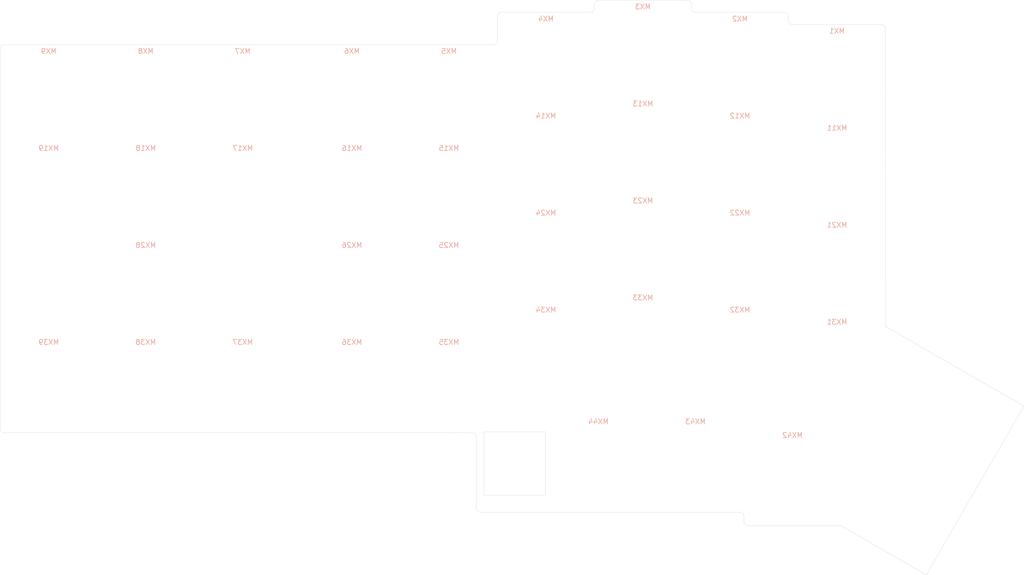
<source format=kicad_pcb>
(kicad_pcb (version 20171130) (host pcbnew "(5.1.9-0-10_14)")

  (general
    (thickness 1.6)
    (drawings 40)
    (tracks 0)
    (zones 0)
    (modules 45)
    (nets 1)
  )

  (page A4)
  (layers
    (0 F.Cu signal)
    (31 B.Cu signal)
    (32 B.Adhes user)
    (33 F.Adhes user)
    (34 B.Paste user)
    (35 F.Paste user)
    (36 B.SilkS user)
    (37 F.SilkS user)
    (38 B.Mask user)
    (39 F.Mask user)
    (40 Dwgs.User user)
    (41 Cmts.User user)
    (42 Eco1.User user)
    (43 Eco2.User user)
    (44 Edge.Cuts user)
    (45 Margin user)
    (46 B.CrtYd user)
    (47 F.CrtYd user)
    (48 B.Fab user)
    (49 F.Fab user)
  )

  (setup
    (last_trace_width 0.25)
    (trace_clearance 0.2)
    (zone_clearance 0.508)
    (zone_45_only no)
    (trace_min 0.2)
    (via_size 0.8)
    (via_drill 0.4)
    (via_min_size 0.4)
    (via_min_drill 0.3)
    (uvia_size 0.3)
    (uvia_drill 0.1)
    (uvias_allowed no)
    (uvia_min_size 0.2)
    (uvia_min_drill 0.1)
    (edge_width 0.05)
    (segment_width 0.2)
    (pcb_text_width 0.3)
    (pcb_text_size 1.5 1.5)
    (mod_edge_width 0.12)
    (mod_text_size 1 1)
    (mod_text_width 0.15)
    (pad_size 1.524 1.524)
    (pad_drill 0.762)
    (pad_to_mask_clearance 0)
    (aux_axis_origin 0 0)
    (grid_origin 221.45 102.39375)
    (visible_elements FFFFFF7F)
    (pcbplotparams
      (layerselection 0x011fc_ffffffff)
      (usegerberextensions false)
      (usegerberattributes true)
      (usegerberadvancedattributes true)
      (creategerberjobfile true)
      (excludeedgelayer true)
      (linewidth 0.100000)
      (plotframeref false)
      (viasonmask false)
      (mode 1)
      (useauxorigin false)
      (hpglpennumber 1)
      (hpglpenspeed 20)
      (hpglpendiameter 15.000000)
      (psnegative false)
      (psa4output false)
      (plotreference true)
      (plotvalue true)
      (plotinvisibletext false)
      (padsonsilk false)
      (subtractmaskfromsilk false)
      (outputformat 1)
      (mirror false)
      (drillshape 0)
      (scaleselection 1)
      (outputdirectory "./wren-nav-top-gerbers"))
  )

  (net 0 "")

  (net_class Default "This is the default net class."
    (clearance 0.2)
    (trace_width 0.25)
    (via_dia 0.8)
    (via_drill 0.4)
    (uvia_dia 0.3)
    (uvia_drill 0.1)
  )

  (module footprints:MX-Alps_Switch_Cutout-1u_2u (layer F.Cu) (tedit 5971FF12) (tstamp 60862AE5)
    (at 239.484 109.75975 240)
    (fp_text reference REF** (at 0 0 60) (layer F.Fab) hide
      (effects (font (size 1 1) (thickness 0.15)))
    )
    (fp_text value MX-Alps_Switch_Cutout (at 0 10.16 60) (layer F.Fab) hide
      (effects (font (size 1 1) (thickness 0.15)))
    )
    (fp_line (start -19.025 -9.5) (end -0.025 -9.5) (layer Dwgs.User) (width 0.15))
    (fp_line (start -19.025 9.5) (end -19.025 -9.5) (layer Dwgs.User) (width 0.15))
    (fp_line (start -0.025 9.5) (end -19.025 9.5) (layer Dwgs.User) (width 0.15))
    (fp_line (start -0.025 -9.5) (end -0.025 9.5) (layer Dwgs.User) (width 0.15))
    (fp_line (start 19.025 9.5) (end 0.025 9.5) (layer Dwgs.User) (width 0.15))
    (fp_line (start 0.025 -9.5) (end 19.025 -9.5) (layer Dwgs.User) (width 0.15))
    (fp_line (start 0.025 9.5) (end 0.025 -9.5) (layer Dwgs.User) (width 0.15))
    (fp_line (start 19.025 -9.5) (end 19.025 9.5) (layer Dwgs.User) (width 0.15))
    (pad "" np_thru_hole oval (at -10.5664 7.4652 240) (size 0.3048 1.2192) (drill oval 0.3048 1.2192) (layers *.Cu *.Mask))
    (pad "" np_thru_hole oval (at -13.3096 7.4652 240) (size 0.3048 1.2192) (drill oval 0.3048 1.2192) (layers *.Cu *.Mask))
    (pad "" np_thru_hole oval (at 10.5664 7.4652 240) (size 0.3048 1.2192) (drill oval 0.3048 1.2192) (layers *.Cu *.Mask))
    (pad "" np_thru_hole oval (at -16.375 6.625 240) (size 0.3 1.05) (drill oval 0.3 1.05) (layers *.Cu *.Mask))
    (pad "" np_thru_hole oval (at 11.938 7.9224 240) (size 3.048 0.3048) (drill oval 3.048 0.3048) (layers *.Cu *.Mask))
    (pad "" np_thru_hole oval (at -11.938 7.9224 240) (size 3.048 0.3048) (drill oval 3.048 0.3048) (layers *.Cu *.Mask))
    (pad "" np_thru_hole oval (at 0 -7 240) (size 33.05 0.3) (drill oval 33.05 0.3) (layers *.Cu *.Mask))
    (pad "" np_thru_hole oval (at 16.85 -6.25 240) (size 1.25 0.3) (drill oval 1.25 0.3) (layers *.Cu *.Mask))
    (pad "" np_thru_hole oval (at 16.85 6.25 240) (size 1.25 0.3) (drill oval 1.25 0.3) (layers *.Cu *.Mask))
    (pad "" np_thru_hole oval (at 16.375 6.625 240) (size 0.3 1.05) (drill oval 0.3 1.05) (layers *.Cu *.Mask))
    (pad "" np_thru_hole oval (at 16.375 -6.625 240) (size 0.3 1.05) (drill oval 0.3 1.05) (layers *.Cu *.Mask))
    (pad "" np_thru_hole oval (at 17.325 0 240) (size 0.3 12.8) (drill oval 0.3 12.8) (layers *.Cu *.Mask))
    (pad "" np_thru_hole oval (at 0 7 240) (size 33.05 0.3) (drill oval 33.05 0.3) (layers *.Cu *.Mask))
    (pad "" np_thru_hole oval (at -17.325 0 240) (size 0.3 12.8) (drill oval 0.3 12.8) (layers *.Cu *.Mask))
    (pad "" np_thru_hole oval (at 13.3096 7.4652 240) (size 0.3048 1.2192) (drill oval 0.3048 1.2192) (layers *.Cu *.Mask))
    (pad "" np_thru_hole oval (at -16.85 6.25 240) (size 1.25 0.3) (drill oval 1.25 0.3) (layers *.Cu *.Mask))
    (pad "" np_thru_hole oval (at -16.85 -6.25 240) (size 1.25 0.3) (drill oval 1.25 0.3) (layers *.Cu *.Mask))
    (pad "" np_thru_hole oval (at -16.375 -6.625 240) (size 0.3 1.05) (drill oval 0.3 1.05) (layers *.Cu *.Mask))
  )

  (module footprints:MX-Alps_Switch_Cutout (layer F.Cu) (tedit 5971FE21) (tstamp 6072DF2C)
    (at 65.88125 36.5125)
    (path /6075540C)
    (fp_text reference MX9 (at 0 3.175) (layer Dwgs.User)
      (effects (font (size 1 1) (thickness 0.15)))
    )
    (fp_text value MX-NoLED (at 0 -7.9375) (layer Dwgs.User)
      (effects (font (size 1 1) (thickness 0.15)))
    )
    (fp_text user %V (at 0 8.255) (layer B.Fab)
      (effects (font (size 1 1) (thickness 0.15)) (justify mirror))
    )
    (fp_text user %R (at 0 -8.255) (layer B.SilkS)
      (effects (font (size 1 1) (thickness 0.15)) (justify mirror))
    )
    (fp_line (start -9.5 -9.5) (end 9.5 -9.5) (layer Dwgs.User) (width 0.15))
    (fp_line (start -9.5 9.5) (end -9.5 -9.5) (layer Dwgs.User) (width 0.15))
    (fp_line (start 9.5 9.5) (end -9.5 9.5) (layer Dwgs.User) (width 0.15))
    (fp_line (start 9.5 -9.5) (end 9.5 9.5) (layer Dwgs.User) (width 0.15))
    (pad "" np_thru_hole oval (at 0 -7) (size 14 0.3) (drill oval 14 0.3) (layers *.Cu *.Mask))
    (pad "" np_thru_hole oval (at 0 7) (size 14 0.3) (drill oval 14 0.3) (layers *.Cu *.Mask))
    (pad "" np_thru_hole oval (at -7.8 0) (size 0.3 12.8) (drill oval 0.3 12.8) (layers *.Cu *.Mask))
    (pad "" np_thru_hole oval (at 7.8 0) (size 0.3 12.8) (drill oval 0.3 12.8) (layers *.Cu *.Mask))
    (pad "" np_thru_hole oval (at -6.85 6.625) (size 0.3 1.05) (drill oval 0.3 1.05) (layers *.Cu *.Mask))
    (pad "" np_thru_hole oval (at -7.325 6.25) (size 1.25 0.3) (drill oval 1.25 0.3) (layers *.Cu *.Mask))
    (pad "" np_thru_hole oval (at -7.325 -6.25) (size 1.25 0.3) (drill oval 1.25 0.3) (layers *.Cu *.Mask))
    (pad "" np_thru_hole oval (at -6.85 -6.625) (size 0.3 1.05) (drill oval 0.3 1.05) (layers *.Cu *.Mask))
    (pad "" np_thru_hole oval (at 6.85 -6.625) (size 0.3 1.05) (drill oval 0.3 1.05) (layers *.Cu *.Mask))
    (pad "" np_thru_hole oval (at 7.325 -6.25) (size 1.25 0.3) (drill oval 1.25 0.3) (layers *.Cu *.Mask))
    (pad "" np_thru_hole oval (at 7.325 6.25) (size 1.25 0.3) (drill oval 1.25 0.3) (layers *.Cu *.Mask))
    (pad "" np_thru_hole oval (at 6.85 6.625) (size 0.3 1.05) (drill oval 0.3 1.05) (layers *.Cu *.Mask))
  )

  (module footprints:MX-Alps_Switch_Cutout (layer F.Cu) (tedit 5971FE21) (tstamp 6072E21A)
    (at 65.88125 93.6625)
    (path /607249F6)
    (fp_text reference MX39 (at 0 3.175) (layer Dwgs.User)
      (effects (font (size 1 1) (thickness 0.15)))
    )
    (fp_text value MX-NoLED (at 0 -7.9375) (layer Dwgs.User)
      (effects (font (size 1 1) (thickness 0.15)))
    )
    (fp_text user %V (at 0 8.255) (layer B.Fab)
      (effects (font (size 1 1) (thickness 0.15)) (justify mirror))
    )
    (fp_text user %R (at 0 -8.255) (layer B.SilkS)
      (effects (font (size 1 1) (thickness 0.15)) (justify mirror))
    )
    (fp_line (start -9.5 -9.5) (end 9.5 -9.5) (layer Dwgs.User) (width 0.15))
    (fp_line (start -9.5 9.5) (end -9.5 -9.5) (layer Dwgs.User) (width 0.15))
    (fp_line (start 9.5 9.5) (end -9.5 9.5) (layer Dwgs.User) (width 0.15))
    (fp_line (start 9.5 -9.5) (end 9.5 9.5) (layer Dwgs.User) (width 0.15))
    (pad "" np_thru_hole oval (at 0 -7) (size 14 0.3) (drill oval 14 0.3) (layers *.Cu *.Mask))
    (pad "" np_thru_hole oval (at 0 7) (size 14 0.3) (drill oval 14 0.3) (layers *.Cu *.Mask))
    (pad "" np_thru_hole oval (at -7.8 0) (size 0.3 12.8) (drill oval 0.3 12.8) (layers *.Cu *.Mask))
    (pad "" np_thru_hole oval (at 7.8 0) (size 0.3 12.8) (drill oval 0.3 12.8) (layers *.Cu *.Mask))
    (pad "" np_thru_hole oval (at -6.85 6.625) (size 0.3 1.05) (drill oval 0.3 1.05) (layers *.Cu *.Mask))
    (pad "" np_thru_hole oval (at -7.325 6.25) (size 1.25 0.3) (drill oval 1.25 0.3) (layers *.Cu *.Mask))
    (pad "" np_thru_hole oval (at -7.325 -6.25) (size 1.25 0.3) (drill oval 1.25 0.3) (layers *.Cu *.Mask))
    (pad "" np_thru_hole oval (at -6.85 -6.625) (size 0.3 1.05) (drill oval 0.3 1.05) (layers *.Cu *.Mask))
    (pad "" np_thru_hole oval (at 6.85 -6.625) (size 0.3 1.05) (drill oval 0.3 1.05) (layers *.Cu *.Mask))
    (pad "" np_thru_hole oval (at 7.325 -6.25) (size 1.25 0.3) (drill oval 1.25 0.3) (layers *.Cu *.Mask))
    (pad "" np_thru_hole oval (at 7.325 6.25) (size 1.25 0.3) (drill oval 1.25 0.3) (layers *.Cu *.Mask))
    (pad "" np_thru_hole oval (at 6.85 6.625) (size 0.3 1.05) (drill oval 0.3 1.05) (layers *.Cu *.Mask))
  )

  (module footprints:MX-Alps_Switch_Cutout (layer F.Cu) (tedit 5971FE21) (tstamp 6072DFC2)
    (at 144.4625 55.5625)
    (path /60759B22)
    (fp_text reference MX15 (at 0 3.175) (layer Dwgs.User)
      (effects (font (size 1 1) (thickness 0.15)))
    )
    (fp_text value MX-NoLED (at 0 -7.9375) (layer Dwgs.User)
      (effects (font (size 1 1) (thickness 0.15)))
    )
    (fp_text user %V (at 0 8.255) (layer B.Fab)
      (effects (font (size 1 1) (thickness 0.15)) (justify mirror))
    )
    (fp_text user %R (at 0 -8.255) (layer B.SilkS)
      (effects (font (size 1 1) (thickness 0.15)) (justify mirror))
    )
    (fp_line (start -9.5 -9.5) (end 9.5 -9.5) (layer Dwgs.User) (width 0.15))
    (fp_line (start -9.5 9.5) (end -9.5 -9.5) (layer Dwgs.User) (width 0.15))
    (fp_line (start 9.5 9.5) (end -9.5 9.5) (layer Dwgs.User) (width 0.15))
    (fp_line (start 9.5 -9.5) (end 9.5 9.5) (layer Dwgs.User) (width 0.15))
    (pad "" np_thru_hole oval (at 0 -7) (size 14 0.3) (drill oval 14 0.3) (layers *.Cu *.Mask))
    (pad "" np_thru_hole oval (at 0 7) (size 14 0.3) (drill oval 14 0.3) (layers *.Cu *.Mask))
    (pad "" np_thru_hole oval (at -7.8 0) (size 0.3 12.8) (drill oval 0.3 12.8) (layers *.Cu *.Mask))
    (pad "" np_thru_hole oval (at 7.8 0) (size 0.3 12.8) (drill oval 0.3 12.8) (layers *.Cu *.Mask))
    (pad "" np_thru_hole oval (at -6.85 6.625) (size 0.3 1.05) (drill oval 0.3 1.05) (layers *.Cu *.Mask))
    (pad "" np_thru_hole oval (at -7.325 6.25) (size 1.25 0.3) (drill oval 1.25 0.3) (layers *.Cu *.Mask))
    (pad "" np_thru_hole oval (at -7.325 -6.25) (size 1.25 0.3) (drill oval 1.25 0.3) (layers *.Cu *.Mask))
    (pad "" np_thru_hole oval (at -6.85 -6.625) (size 0.3 1.05) (drill oval 0.3 1.05) (layers *.Cu *.Mask))
    (pad "" np_thru_hole oval (at 6.85 -6.625) (size 0.3 1.05) (drill oval 0.3 1.05) (layers *.Cu *.Mask))
    (pad "" np_thru_hole oval (at 7.325 -6.25) (size 1.25 0.3) (drill oval 1.25 0.3) (layers *.Cu *.Mask))
    (pad "" np_thru_hole oval (at 7.325 6.25) (size 1.25 0.3) (drill oval 1.25 0.3) (layers *.Cu *.Mask))
    (pad "" np_thru_hole oval (at 6.85 6.625) (size 0.3 1.05) (drill oval 0.3 1.05) (layers *.Cu *.Mask))
  )

  (module footprints:MX-Alps_Switch_Cutout (layer F.Cu) (tedit 5971FE21) (tstamp 607E52C8)
    (at 173.825 109.25175)
    (path /6072C094)
    (fp_text reference MX44 (at 0 3.175) (layer Dwgs.User)
      (effects (font (size 1 1) (thickness 0.15)))
    )
    (fp_text value MX-NoLED (at 0 -7.9375) (layer Dwgs.User)
      (effects (font (size 1 1) (thickness 0.15)))
    )
    (fp_text user %V (at 0 8.255) (layer B.Fab)
      (effects (font (size 1 1) (thickness 0.15)) (justify mirror))
    )
    (fp_text user %R (at 0 -8.255) (layer B.SilkS)
      (effects (font (size 1 1) (thickness 0.15)) (justify mirror))
    )
    (fp_line (start -9.5 -9.5) (end 9.5 -9.5) (layer Dwgs.User) (width 0.15))
    (fp_line (start -9.5 9.5) (end -9.5 -9.5) (layer Dwgs.User) (width 0.15))
    (fp_line (start 9.5 9.5) (end -9.5 9.5) (layer Dwgs.User) (width 0.15))
    (fp_line (start 9.5 -9.5) (end 9.5 9.5) (layer Dwgs.User) (width 0.15))
    (pad "" np_thru_hole oval (at 0 -7) (size 14 0.3) (drill oval 14 0.3) (layers *.Cu *.Mask))
    (pad "" np_thru_hole oval (at 0 7) (size 14 0.3) (drill oval 14 0.3) (layers *.Cu *.Mask))
    (pad "" np_thru_hole oval (at -7.8 0) (size 0.3 12.8) (drill oval 0.3 12.8) (layers *.Cu *.Mask))
    (pad "" np_thru_hole oval (at 7.8 0) (size 0.3 12.8) (drill oval 0.3 12.8) (layers *.Cu *.Mask))
    (pad "" np_thru_hole oval (at -6.85 6.625) (size 0.3 1.05) (drill oval 0.3 1.05) (layers *.Cu *.Mask))
    (pad "" np_thru_hole oval (at -7.325 6.25) (size 1.25 0.3) (drill oval 1.25 0.3) (layers *.Cu *.Mask))
    (pad "" np_thru_hole oval (at -7.325 -6.25) (size 1.25 0.3) (drill oval 1.25 0.3) (layers *.Cu *.Mask))
    (pad "" np_thru_hole oval (at -6.85 -6.625) (size 0.3 1.05) (drill oval 0.3 1.05) (layers *.Cu *.Mask))
    (pad "" np_thru_hole oval (at 6.85 -6.625) (size 0.3 1.05) (drill oval 0.3 1.05) (layers *.Cu *.Mask))
    (pad "" np_thru_hole oval (at 7.325 -6.25) (size 1.25 0.3) (drill oval 1.25 0.3) (layers *.Cu *.Mask))
    (pad "" np_thru_hole oval (at 7.325 6.25) (size 1.25 0.3) (drill oval 1.25 0.3) (layers *.Cu *.Mask))
    (pad "" np_thru_hole oval (at 6.85 6.625) (size 0.3 1.05) (drill oval 0.3 1.05) (layers *.Cu *.Mask))
  )

  (module footprints:MX-Alps_Switch_Cutout (layer F.Cu) (tedit 5971FE21) (tstamp 6072E27E)
    (at 192.875 109.25175)
    (path /6072BC7D)
    (fp_text reference MX43 (at 0 3.175) (layer Dwgs.User)
      (effects (font (size 1 1) (thickness 0.15)))
    )
    (fp_text value MX-NoLED (at 0 -7.9375) (layer Dwgs.User)
      (effects (font (size 1 1) (thickness 0.15)))
    )
    (fp_text user %V (at 0 8.255) (layer B.Fab)
      (effects (font (size 1 1) (thickness 0.15)) (justify mirror))
    )
    (fp_text user %R (at 0 -8.255) (layer B.SilkS)
      (effects (font (size 1 1) (thickness 0.15)) (justify mirror))
    )
    (fp_line (start -9.5 -9.5) (end 9.5 -9.5) (layer Dwgs.User) (width 0.15))
    (fp_line (start -9.5 9.5) (end -9.5 -9.5) (layer Dwgs.User) (width 0.15))
    (fp_line (start 9.5 9.5) (end -9.5 9.5) (layer Dwgs.User) (width 0.15))
    (fp_line (start 9.5 -9.5) (end 9.5 9.5) (layer Dwgs.User) (width 0.15))
    (pad "" np_thru_hole oval (at 0 -7) (size 14 0.3) (drill oval 14 0.3) (layers *.Cu *.Mask))
    (pad "" np_thru_hole oval (at 0 7) (size 14 0.3) (drill oval 14 0.3) (layers *.Cu *.Mask))
    (pad "" np_thru_hole oval (at -7.8 0) (size 0.3 12.8) (drill oval 0.3 12.8) (layers *.Cu *.Mask))
    (pad "" np_thru_hole oval (at 7.8 0) (size 0.3 12.8) (drill oval 0.3 12.8) (layers *.Cu *.Mask))
    (pad "" np_thru_hole oval (at -6.85 6.625) (size 0.3 1.05) (drill oval 0.3 1.05) (layers *.Cu *.Mask))
    (pad "" np_thru_hole oval (at -7.325 6.25) (size 1.25 0.3) (drill oval 1.25 0.3) (layers *.Cu *.Mask))
    (pad "" np_thru_hole oval (at -7.325 -6.25) (size 1.25 0.3) (drill oval 1.25 0.3) (layers *.Cu *.Mask))
    (pad "" np_thru_hole oval (at -6.85 -6.625) (size 0.3 1.05) (drill oval 0.3 1.05) (layers *.Cu *.Mask))
    (pad "" np_thru_hole oval (at 6.85 -6.625) (size 0.3 1.05) (drill oval 0.3 1.05) (layers *.Cu *.Mask))
    (pad "" np_thru_hole oval (at 7.325 -6.25) (size 1.25 0.3) (drill oval 1.25 0.3) (layers *.Cu *.Mask))
    (pad "" np_thru_hole oval (at 7.325 6.25) (size 1.25 0.3) (drill oval 1.25 0.3) (layers *.Cu *.Mask))
    (pad "" np_thru_hole oval (at 6.85 6.625) (size 0.3 1.05) (drill oval 0.3 1.05) (layers *.Cu *.Mask))
  )

  (module footprints:MX-Alps_Switch_Cutout (layer F.Cu) (tedit 5971FE21) (tstamp 6072E265)
    (at 211.925 111.91875)
    (path /6072B58C)
    (fp_text reference MX42 (at 0 3.175) (layer Dwgs.User)
      (effects (font (size 1 1) (thickness 0.15)))
    )
    (fp_text value MX-NoLED (at 0 -7.9375) (layer Dwgs.User)
      (effects (font (size 1 1) (thickness 0.15)))
    )
    (fp_text user %V (at 0 8.255) (layer B.Fab)
      (effects (font (size 1 1) (thickness 0.15)) (justify mirror))
    )
    (fp_text user %R (at 0 -8.255) (layer B.SilkS)
      (effects (font (size 1 1) (thickness 0.15)) (justify mirror))
    )
    (fp_line (start -9.5 -9.5) (end 9.5 -9.5) (layer Dwgs.User) (width 0.15))
    (fp_line (start -9.5 9.5) (end -9.5 -9.5) (layer Dwgs.User) (width 0.15))
    (fp_line (start 9.5 9.5) (end -9.5 9.5) (layer Dwgs.User) (width 0.15))
    (fp_line (start 9.5 -9.5) (end 9.5 9.5) (layer Dwgs.User) (width 0.15))
    (pad "" np_thru_hole oval (at 0 -7) (size 14 0.3) (drill oval 14 0.3) (layers *.Cu *.Mask))
    (pad "" np_thru_hole oval (at 0 7) (size 14 0.3) (drill oval 14 0.3) (layers *.Cu *.Mask))
    (pad "" np_thru_hole oval (at -7.8 0) (size 0.3 12.8) (drill oval 0.3 12.8) (layers *.Cu *.Mask))
    (pad "" np_thru_hole oval (at 7.8 0) (size 0.3 12.8) (drill oval 0.3 12.8) (layers *.Cu *.Mask))
    (pad "" np_thru_hole oval (at -6.85 6.625) (size 0.3 1.05) (drill oval 0.3 1.05) (layers *.Cu *.Mask))
    (pad "" np_thru_hole oval (at -7.325 6.25) (size 1.25 0.3) (drill oval 1.25 0.3) (layers *.Cu *.Mask))
    (pad "" np_thru_hole oval (at -7.325 -6.25) (size 1.25 0.3) (drill oval 1.25 0.3) (layers *.Cu *.Mask))
    (pad "" np_thru_hole oval (at -6.85 -6.625) (size 0.3 1.05) (drill oval 0.3 1.05) (layers *.Cu *.Mask))
    (pad "" np_thru_hole oval (at 6.85 -6.625) (size 0.3 1.05) (drill oval 0.3 1.05) (layers *.Cu *.Mask))
    (pad "" np_thru_hole oval (at 7.325 -6.25) (size 1.25 0.3) (drill oval 1.25 0.3) (layers *.Cu *.Mask))
    (pad "" np_thru_hole oval (at 7.325 6.25) (size 1.25 0.3) (drill oval 1.25 0.3) (layers *.Cu *.Mask))
    (pad "" np_thru_hole oval (at 6.85 6.625) (size 0.3 1.05) (drill oval 0.3 1.05) (layers *.Cu *.Mask))
  )

  (module footprints:MX-Alps_Switch_Cutout (layer F.Cu) (tedit 5971FE21) (tstamp 6072E201)
    (at 84.93125 93.6625)
    (path /60724260)
    (fp_text reference MX38 (at 0 3.175) (layer Dwgs.User)
      (effects (font (size 1 1) (thickness 0.15)))
    )
    (fp_text value MX-NoLED (at 0 -7.9375) (layer Dwgs.User)
      (effects (font (size 1 1) (thickness 0.15)))
    )
    (fp_text user %V (at 0 8.255) (layer B.Fab)
      (effects (font (size 1 1) (thickness 0.15)) (justify mirror))
    )
    (fp_text user %R (at 0 -8.255) (layer B.SilkS)
      (effects (font (size 1 1) (thickness 0.15)) (justify mirror))
    )
    (fp_line (start -9.5 -9.5) (end 9.5 -9.5) (layer Dwgs.User) (width 0.15))
    (fp_line (start -9.5 9.5) (end -9.5 -9.5) (layer Dwgs.User) (width 0.15))
    (fp_line (start 9.5 9.5) (end -9.5 9.5) (layer Dwgs.User) (width 0.15))
    (fp_line (start 9.5 -9.5) (end 9.5 9.5) (layer Dwgs.User) (width 0.15))
    (pad "" np_thru_hole oval (at 0 -7) (size 14 0.3) (drill oval 14 0.3) (layers *.Cu *.Mask))
    (pad "" np_thru_hole oval (at 0 7) (size 14 0.3) (drill oval 14 0.3) (layers *.Cu *.Mask))
    (pad "" np_thru_hole oval (at -7.8 0) (size 0.3 12.8) (drill oval 0.3 12.8) (layers *.Cu *.Mask))
    (pad "" np_thru_hole oval (at 7.8 0) (size 0.3 12.8) (drill oval 0.3 12.8) (layers *.Cu *.Mask))
    (pad "" np_thru_hole oval (at -6.85 6.625) (size 0.3 1.05) (drill oval 0.3 1.05) (layers *.Cu *.Mask))
    (pad "" np_thru_hole oval (at -7.325 6.25) (size 1.25 0.3) (drill oval 1.25 0.3) (layers *.Cu *.Mask))
    (pad "" np_thru_hole oval (at -7.325 -6.25) (size 1.25 0.3) (drill oval 1.25 0.3) (layers *.Cu *.Mask))
    (pad "" np_thru_hole oval (at -6.85 -6.625) (size 0.3 1.05) (drill oval 0.3 1.05) (layers *.Cu *.Mask))
    (pad "" np_thru_hole oval (at 6.85 -6.625) (size 0.3 1.05) (drill oval 0.3 1.05) (layers *.Cu *.Mask))
    (pad "" np_thru_hole oval (at 7.325 -6.25) (size 1.25 0.3) (drill oval 1.25 0.3) (layers *.Cu *.Mask))
    (pad "" np_thru_hole oval (at 7.325 6.25) (size 1.25 0.3) (drill oval 1.25 0.3) (layers *.Cu *.Mask))
    (pad "" np_thru_hole oval (at 6.85 6.625) (size 0.3 1.05) (drill oval 0.3 1.05) (layers *.Cu *.Mask))
  )

  (module footprints:MX-Alps_Switch_Cutout (layer F.Cu) (tedit 5971FE21) (tstamp 6072E1E8)
    (at 103.98125 93.6625)
    (path /60723A4D)
    (fp_text reference MX37 (at 0 3.175) (layer Dwgs.User)
      (effects (font (size 1 1) (thickness 0.15)))
    )
    (fp_text value MX-NoLED (at 0 -7.9375) (layer Dwgs.User)
      (effects (font (size 1 1) (thickness 0.15)))
    )
    (fp_text user %V (at 0 8.255) (layer B.Fab)
      (effects (font (size 1 1) (thickness 0.15)) (justify mirror))
    )
    (fp_text user %R (at 0 -8.255) (layer B.SilkS)
      (effects (font (size 1 1) (thickness 0.15)) (justify mirror))
    )
    (fp_line (start -9.5 -9.5) (end 9.5 -9.5) (layer Dwgs.User) (width 0.15))
    (fp_line (start -9.5 9.5) (end -9.5 -9.5) (layer Dwgs.User) (width 0.15))
    (fp_line (start 9.5 9.5) (end -9.5 9.5) (layer Dwgs.User) (width 0.15))
    (fp_line (start 9.5 -9.5) (end 9.5 9.5) (layer Dwgs.User) (width 0.15))
    (pad "" np_thru_hole oval (at 0 -7) (size 14 0.3) (drill oval 14 0.3) (layers *.Cu *.Mask))
    (pad "" np_thru_hole oval (at 0 7) (size 14 0.3) (drill oval 14 0.3) (layers *.Cu *.Mask))
    (pad "" np_thru_hole oval (at -7.8 0) (size 0.3 12.8) (drill oval 0.3 12.8) (layers *.Cu *.Mask))
    (pad "" np_thru_hole oval (at 7.8 0) (size 0.3 12.8) (drill oval 0.3 12.8) (layers *.Cu *.Mask))
    (pad "" np_thru_hole oval (at -6.85 6.625) (size 0.3 1.05) (drill oval 0.3 1.05) (layers *.Cu *.Mask))
    (pad "" np_thru_hole oval (at -7.325 6.25) (size 1.25 0.3) (drill oval 1.25 0.3) (layers *.Cu *.Mask))
    (pad "" np_thru_hole oval (at -7.325 -6.25) (size 1.25 0.3) (drill oval 1.25 0.3) (layers *.Cu *.Mask))
    (pad "" np_thru_hole oval (at -6.85 -6.625) (size 0.3 1.05) (drill oval 0.3 1.05) (layers *.Cu *.Mask))
    (pad "" np_thru_hole oval (at 6.85 -6.625) (size 0.3 1.05) (drill oval 0.3 1.05) (layers *.Cu *.Mask))
    (pad "" np_thru_hole oval (at 7.325 -6.25) (size 1.25 0.3) (drill oval 1.25 0.3) (layers *.Cu *.Mask))
    (pad "" np_thru_hole oval (at 7.325 6.25) (size 1.25 0.3) (drill oval 1.25 0.3) (layers *.Cu *.Mask))
    (pad "" np_thru_hole oval (at 6.85 6.625) (size 0.3 1.05) (drill oval 0.3 1.05) (layers *.Cu *.Mask))
  )

  (module footprints:MX-Alps_Switch_Cutout (layer F.Cu) (tedit 5971FE21) (tstamp 6072E1CF)
    (at 125.4125 93.6625)
    (path /607231E0)
    (fp_text reference MX36 (at 0 3.175) (layer Dwgs.User)
      (effects (font (size 1 1) (thickness 0.15)))
    )
    (fp_text value MX-NoLED (at 0 -7.9375) (layer Dwgs.User)
      (effects (font (size 1 1) (thickness 0.15)))
    )
    (fp_text user %V (at 0 8.255) (layer B.Fab)
      (effects (font (size 1 1) (thickness 0.15)) (justify mirror))
    )
    (fp_text user %R (at 0 -8.255) (layer B.SilkS)
      (effects (font (size 1 1) (thickness 0.15)) (justify mirror))
    )
    (fp_line (start -9.5 -9.5) (end 9.5 -9.5) (layer Dwgs.User) (width 0.15))
    (fp_line (start -9.5 9.5) (end -9.5 -9.5) (layer Dwgs.User) (width 0.15))
    (fp_line (start 9.5 9.5) (end -9.5 9.5) (layer Dwgs.User) (width 0.15))
    (fp_line (start 9.5 -9.5) (end 9.5 9.5) (layer Dwgs.User) (width 0.15))
    (pad "" np_thru_hole oval (at 0 -7) (size 14 0.3) (drill oval 14 0.3) (layers *.Cu *.Mask))
    (pad "" np_thru_hole oval (at 0 7) (size 14 0.3) (drill oval 14 0.3) (layers *.Cu *.Mask))
    (pad "" np_thru_hole oval (at -7.8 0) (size 0.3 12.8) (drill oval 0.3 12.8) (layers *.Cu *.Mask))
    (pad "" np_thru_hole oval (at 7.8 0) (size 0.3 12.8) (drill oval 0.3 12.8) (layers *.Cu *.Mask))
    (pad "" np_thru_hole oval (at -6.85 6.625) (size 0.3 1.05) (drill oval 0.3 1.05) (layers *.Cu *.Mask))
    (pad "" np_thru_hole oval (at -7.325 6.25) (size 1.25 0.3) (drill oval 1.25 0.3) (layers *.Cu *.Mask))
    (pad "" np_thru_hole oval (at -7.325 -6.25) (size 1.25 0.3) (drill oval 1.25 0.3) (layers *.Cu *.Mask))
    (pad "" np_thru_hole oval (at -6.85 -6.625) (size 0.3 1.05) (drill oval 0.3 1.05) (layers *.Cu *.Mask))
    (pad "" np_thru_hole oval (at 6.85 -6.625) (size 0.3 1.05) (drill oval 0.3 1.05) (layers *.Cu *.Mask))
    (pad "" np_thru_hole oval (at 7.325 -6.25) (size 1.25 0.3) (drill oval 1.25 0.3) (layers *.Cu *.Mask))
    (pad "" np_thru_hole oval (at 7.325 6.25) (size 1.25 0.3) (drill oval 1.25 0.3) (layers *.Cu *.Mask))
    (pad "" np_thru_hole oval (at 6.85 6.625) (size 0.3 1.05) (drill oval 0.3 1.05) (layers *.Cu *.Mask))
  )

  (module footprints:MX-Alps_Switch_Cutout (layer F.Cu) (tedit 5971FE21) (tstamp 6072E1B6)
    (at 144.4625 93.6625)
    (path /607229FF)
    (fp_text reference MX35 (at 0 3.175) (layer Dwgs.User)
      (effects (font (size 1 1) (thickness 0.15)))
    )
    (fp_text value MX-NoLED (at 0 -7.9375) (layer Dwgs.User)
      (effects (font (size 1 1) (thickness 0.15)))
    )
    (fp_text user %V (at 0 8.255) (layer B.Fab)
      (effects (font (size 1 1) (thickness 0.15)) (justify mirror))
    )
    (fp_text user %R (at 0 -8.255) (layer B.SilkS)
      (effects (font (size 1 1) (thickness 0.15)) (justify mirror))
    )
    (fp_line (start -9.5 -9.5) (end 9.5 -9.5) (layer Dwgs.User) (width 0.15))
    (fp_line (start -9.5 9.5) (end -9.5 -9.5) (layer Dwgs.User) (width 0.15))
    (fp_line (start 9.5 9.5) (end -9.5 9.5) (layer Dwgs.User) (width 0.15))
    (fp_line (start 9.5 -9.5) (end 9.5 9.5) (layer Dwgs.User) (width 0.15))
    (pad "" np_thru_hole oval (at 0 -7) (size 14 0.3) (drill oval 14 0.3) (layers *.Cu *.Mask))
    (pad "" np_thru_hole oval (at 0 7) (size 14 0.3) (drill oval 14 0.3) (layers *.Cu *.Mask))
    (pad "" np_thru_hole oval (at -7.8 0) (size 0.3 12.8) (drill oval 0.3 12.8) (layers *.Cu *.Mask))
    (pad "" np_thru_hole oval (at 7.8 0) (size 0.3 12.8) (drill oval 0.3 12.8) (layers *.Cu *.Mask))
    (pad "" np_thru_hole oval (at -6.85 6.625) (size 0.3 1.05) (drill oval 0.3 1.05) (layers *.Cu *.Mask))
    (pad "" np_thru_hole oval (at -7.325 6.25) (size 1.25 0.3) (drill oval 1.25 0.3) (layers *.Cu *.Mask))
    (pad "" np_thru_hole oval (at -7.325 -6.25) (size 1.25 0.3) (drill oval 1.25 0.3) (layers *.Cu *.Mask))
    (pad "" np_thru_hole oval (at -6.85 -6.625) (size 0.3 1.05) (drill oval 0.3 1.05) (layers *.Cu *.Mask))
    (pad "" np_thru_hole oval (at 6.85 -6.625) (size 0.3 1.05) (drill oval 0.3 1.05) (layers *.Cu *.Mask))
    (pad "" np_thru_hole oval (at 7.325 -6.25) (size 1.25 0.3) (drill oval 1.25 0.3) (layers *.Cu *.Mask))
    (pad "" np_thru_hole oval (at 7.325 6.25) (size 1.25 0.3) (drill oval 1.25 0.3) (layers *.Cu *.Mask))
    (pad "" np_thru_hole oval (at 6.85 6.625) (size 0.3 1.05) (drill oval 0.3 1.05) (layers *.Cu *.Mask))
  )

  (module footprints:MX-Alps_Switch_Cutout (layer F.Cu) (tedit 5971FE21) (tstamp 6072E19D)
    (at 163.5125 87.3125)
    (path /60722561)
    (fp_text reference MX34 (at 0 3.175) (layer Dwgs.User)
      (effects (font (size 1 1) (thickness 0.15)))
    )
    (fp_text value MX-NoLED (at 0 -7.9375) (layer Dwgs.User)
      (effects (font (size 1 1) (thickness 0.15)))
    )
    (fp_text user %V (at 0 8.255) (layer B.Fab)
      (effects (font (size 1 1) (thickness 0.15)) (justify mirror))
    )
    (fp_text user %R (at 0 -8.255) (layer B.SilkS)
      (effects (font (size 1 1) (thickness 0.15)) (justify mirror))
    )
    (fp_line (start -9.5 -9.5) (end 9.5 -9.5) (layer Dwgs.User) (width 0.15))
    (fp_line (start -9.5 9.5) (end -9.5 -9.5) (layer Dwgs.User) (width 0.15))
    (fp_line (start 9.5 9.5) (end -9.5 9.5) (layer Dwgs.User) (width 0.15))
    (fp_line (start 9.5 -9.5) (end 9.5 9.5) (layer Dwgs.User) (width 0.15))
    (pad "" np_thru_hole oval (at 0 -7) (size 14 0.3) (drill oval 14 0.3) (layers *.Cu *.Mask))
    (pad "" np_thru_hole oval (at 0 7) (size 14 0.3) (drill oval 14 0.3) (layers *.Cu *.Mask))
    (pad "" np_thru_hole oval (at -7.8 0) (size 0.3 12.8) (drill oval 0.3 12.8) (layers *.Cu *.Mask))
    (pad "" np_thru_hole oval (at 7.8 0) (size 0.3 12.8) (drill oval 0.3 12.8) (layers *.Cu *.Mask))
    (pad "" np_thru_hole oval (at -6.85 6.625) (size 0.3 1.05) (drill oval 0.3 1.05) (layers *.Cu *.Mask))
    (pad "" np_thru_hole oval (at -7.325 6.25) (size 1.25 0.3) (drill oval 1.25 0.3) (layers *.Cu *.Mask))
    (pad "" np_thru_hole oval (at -7.325 -6.25) (size 1.25 0.3) (drill oval 1.25 0.3) (layers *.Cu *.Mask))
    (pad "" np_thru_hole oval (at -6.85 -6.625) (size 0.3 1.05) (drill oval 0.3 1.05) (layers *.Cu *.Mask))
    (pad "" np_thru_hole oval (at 6.85 -6.625) (size 0.3 1.05) (drill oval 0.3 1.05) (layers *.Cu *.Mask))
    (pad "" np_thru_hole oval (at 7.325 -6.25) (size 1.25 0.3) (drill oval 1.25 0.3) (layers *.Cu *.Mask))
    (pad "" np_thru_hole oval (at 7.325 6.25) (size 1.25 0.3) (drill oval 1.25 0.3) (layers *.Cu *.Mask))
    (pad "" np_thru_hole oval (at 6.85 6.625) (size 0.3 1.05) (drill oval 0.3 1.05) (layers *.Cu *.Mask))
  )

  (module footprints:MX-Alps_Switch_Cutout (layer F.Cu) (tedit 5971FE21) (tstamp 6072E184)
    (at 182.5625 84.93125)
    (path /607220D2)
    (fp_text reference MX33 (at 0 3.175) (layer Dwgs.User)
      (effects (font (size 1 1) (thickness 0.15)))
    )
    (fp_text value MX-NoLED (at 0 -7.9375) (layer Dwgs.User)
      (effects (font (size 1 1) (thickness 0.15)))
    )
    (fp_text user %V (at 0 8.255) (layer B.Fab)
      (effects (font (size 1 1) (thickness 0.15)) (justify mirror))
    )
    (fp_text user %R (at 0 -8.255) (layer B.SilkS)
      (effects (font (size 1 1) (thickness 0.15)) (justify mirror))
    )
    (fp_line (start -9.5 -9.5) (end 9.5 -9.5) (layer Dwgs.User) (width 0.15))
    (fp_line (start -9.5 9.5) (end -9.5 -9.5) (layer Dwgs.User) (width 0.15))
    (fp_line (start 9.5 9.5) (end -9.5 9.5) (layer Dwgs.User) (width 0.15))
    (fp_line (start 9.5 -9.5) (end 9.5 9.5) (layer Dwgs.User) (width 0.15))
    (pad "" np_thru_hole oval (at 0 -7) (size 14 0.3) (drill oval 14 0.3) (layers *.Cu *.Mask))
    (pad "" np_thru_hole oval (at 0 7) (size 14 0.3) (drill oval 14 0.3) (layers *.Cu *.Mask))
    (pad "" np_thru_hole oval (at -7.8 0) (size 0.3 12.8) (drill oval 0.3 12.8) (layers *.Cu *.Mask))
    (pad "" np_thru_hole oval (at 7.8 0) (size 0.3 12.8) (drill oval 0.3 12.8) (layers *.Cu *.Mask))
    (pad "" np_thru_hole oval (at -6.85 6.625) (size 0.3 1.05) (drill oval 0.3 1.05) (layers *.Cu *.Mask))
    (pad "" np_thru_hole oval (at -7.325 6.25) (size 1.25 0.3) (drill oval 1.25 0.3) (layers *.Cu *.Mask))
    (pad "" np_thru_hole oval (at -7.325 -6.25) (size 1.25 0.3) (drill oval 1.25 0.3) (layers *.Cu *.Mask))
    (pad "" np_thru_hole oval (at -6.85 -6.625) (size 0.3 1.05) (drill oval 0.3 1.05) (layers *.Cu *.Mask))
    (pad "" np_thru_hole oval (at 6.85 -6.625) (size 0.3 1.05) (drill oval 0.3 1.05) (layers *.Cu *.Mask))
    (pad "" np_thru_hole oval (at 7.325 -6.25) (size 1.25 0.3) (drill oval 1.25 0.3) (layers *.Cu *.Mask))
    (pad "" np_thru_hole oval (at 7.325 6.25) (size 1.25 0.3) (drill oval 1.25 0.3) (layers *.Cu *.Mask))
    (pad "" np_thru_hole oval (at 6.85 6.625) (size 0.3 1.05) (drill oval 0.3 1.05) (layers *.Cu *.Mask))
  )

  (module footprints:MX-Alps_Switch_Cutout (layer F.Cu) (tedit 5971FE21) (tstamp 6072E16B)
    (at 201.6125 87.3125)
    (path /607218EC)
    (fp_text reference MX32 (at 0 3.175) (layer Dwgs.User)
      (effects (font (size 1 1) (thickness 0.15)))
    )
    (fp_text value MX-NoLED (at 0 -7.9375) (layer Dwgs.User)
      (effects (font (size 1 1) (thickness 0.15)))
    )
    (fp_text user %V (at 0 8.255) (layer B.Fab)
      (effects (font (size 1 1) (thickness 0.15)) (justify mirror))
    )
    (fp_text user %R (at 0 -8.255) (layer B.SilkS)
      (effects (font (size 1 1) (thickness 0.15)) (justify mirror))
    )
    (fp_line (start -9.5 -9.5) (end 9.5 -9.5) (layer Dwgs.User) (width 0.15))
    (fp_line (start -9.5 9.5) (end -9.5 -9.5) (layer Dwgs.User) (width 0.15))
    (fp_line (start 9.5 9.5) (end -9.5 9.5) (layer Dwgs.User) (width 0.15))
    (fp_line (start 9.5 -9.5) (end 9.5 9.5) (layer Dwgs.User) (width 0.15))
    (pad "" np_thru_hole oval (at 0 -7) (size 14 0.3) (drill oval 14 0.3) (layers *.Cu *.Mask))
    (pad "" np_thru_hole oval (at 0 7) (size 14 0.3) (drill oval 14 0.3) (layers *.Cu *.Mask))
    (pad "" np_thru_hole oval (at -7.8 0) (size 0.3 12.8) (drill oval 0.3 12.8) (layers *.Cu *.Mask))
    (pad "" np_thru_hole oval (at 7.8 0) (size 0.3 12.8) (drill oval 0.3 12.8) (layers *.Cu *.Mask))
    (pad "" np_thru_hole oval (at -6.85 6.625) (size 0.3 1.05) (drill oval 0.3 1.05) (layers *.Cu *.Mask))
    (pad "" np_thru_hole oval (at -7.325 6.25) (size 1.25 0.3) (drill oval 1.25 0.3) (layers *.Cu *.Mask))
    (pad "" np_thru_hole oval (at -7.325 -6.25) (size 1.25 0.3) (drill oval 1.25 0.3) (layers *.Cu *.Mask))
    (pad "" np_thru_hole oval (at -6.85 -6.625) (size 0.3 1.05) (drill oval 0.3 1.05) (layers *.Cu *.Mask))
    (pad "" np_thru_hole oval (at 6.85 -6.625) (size 0.3 1.05) (drill oval 0.3 1.05) (layers *.Cu *.Mask))
    (pad "" np_thru_hole oval (at 7.325 -6.25) (size 1.25 0.3) (drill oval 1.25 0.3) (layers *.Cu *.Mask))
    (pad "" np_thru_hole oval (at 7.325 6.25) (size 1.25 0.3) (drill oval 1.25 0.3) (layers *.Cu *.Mask))
    (pad "" np_thru_hole oval (at 6.85 6.625) (size 0.3 1.05) (drill oval 0.3 1.05) (layers *.Cu *.Mask))
  )

  (module footprints:MX-Alps_Switch_Cutout (layer F.Cu) (tedit 5971FE21) (tstamp 6072E152)
    (at 220.6625 89.69375)
    (path /60720CBF)
    (fp_text reference MX31 (at 0 3.175) (layer Dwgs.User)
      (effects (font (size 1 1) (thickness 0.15)))
    )
    (fp_text value MX-NoLED (at 0 -7.9375) (layer Dwgs.User)
      (effects (font (size 1 1) (thickness 0.15)))
    )
    (fp_text user %V (at 0 8.255) (layer B.Fab)
      (effects (font (size 1 1) (thickness 0.15)) (justify mirror))
    )
    (fp_text user %R (at 0 -8.255) (layer B.SilkS)
      (effects (font (size 1 1) (thickness 0.15)) (justify mirror))
    )
    (fp_line (start -9.5 -9.5) (end 9.5 -9.5) (layer Dwgs.User) (width 0.15))
    (fp_line (start -9.5 9.5) (end -9.5 -9.5) (layer Dwgs.User) (width 0.15))
    (fp_line (start 9.5 9.5) (end -9.5 9.5) (layer Dwgs.User) (width 0.15))
    (fp_line (start 9.5 -9.5) (end 9.5 9.5) (layer Dwgs.User) (width 0.15))
    (pad "" np_thru_hole oval (at 0 -7) (size 14 0.3) (drill oval 14 0.3) (layers *.Cu *.Mask))
    (pad "" np_thru_hole oval (at 0 7) (size 14 0.3) (drill oval 14 0.3) (layers *.Cu *.Mask))
    (pad "" np_thru_hole oval (at -7.8 0) (size 0.3 12.8) (drill oval 0.3 12.8) (layers *.Cu *.Mask))
    (pad "" np_thru_hole oval (at 7.8 0) (size 0.3 12.8) (drill oval 0.3 12.8) (layers *.Cu *.Mask))
    (pad "" np_thru_hole oval (at -6.85 6.625) (size 0.3 1.05) (drill oval 0.3 1.05) (layers *.Cu *.Mask))
    (pad "" np_thru_hole oval (at -7.325 6.25) (size 1.25 0.3) (drill oval 1.25 0.3) (layers *.Cu *.Mask))
    (pad "" np_thru_hole oval (at -7.325 -6.25) (size 1.25 0.3) (drill oval 1.25 0.3) (layers *.Cu *.Mask))
    (pad "" np_thru_hole oval (at -6.85 -6.625) (size 0.3 1.05) (drill oval 0.3 1.05) (layers *.Cu *.Mask))
    (pad "" np_thru_hole oval (at 6.85 -6.625) (size 0.3 1.05) (drill oval 0.3 1.05) (layers *.Cu *.Mask))
    (pad "" np_thru_hole oval (at 7.325 -6.25) (size 1.25 0.3) (drill oval 1.25 0.3) (layers *.Cu *.Mask))
    (pad "" np_thru_hole oval (at 7.325 6.25) (size 1.25 0.3) (drill oval 1.25 0.3) (layers *.Cu *.Mask))
    (pad "" np_thru_hole oval (at 6.85 6.625) (size 0.3 1.05) (drill oval 0.3 1.05) (layers *.Cu *.Mask))
  )

  (module footprints:MX-Alps_Switch_Cutout (layer F.Cu) (tedit 5971FE21) (tstamp 6072E107)
    (at 84.93125 74.6125)
    (path /60763F5B)
    (fp_text reference MX28 (at 0 3.175) (layer Dwgs.User)
      (effects (font (size 1 1) (thickness 0.15)))
    )
    (fp_text value MX-NoLED (at 0 -7.9375) (layer Dwgs.User)
      (effects (font (size 1 1) (thickness 0.15)))
    )
    (fp_text user %V (at 0 8.255) (layer B.Fab)
      (effects (font (size 1 1) (thickness 0.15)) (justify mirror))
    )
    (fp_text user %R (at 0 -8.255) (layer B.SilkS)
      (effects (font (size 1 1) (thickness 0.15)) (justify mirror))
    )
    (fp_line (start -9.5 -9.5) (end 9.5 -9.5) (layer Dwgs.User) (width 0.15))
    (fp_line (start -9.5 9.5) (end -9.5 -9.5) (layer Dwgs.User) (width 0.15))
    (fp_line (start 9.5 9.5) (end -9.5 9.5) (layer Dwgs.User) (width 0.15))
    (fp_line (start 9.5 -9.5) (end 9.5 9.5) (layer Dwgs.User) (width 0.15))
    (pad "" np_thru_hole oval (at 0 -7) (size 14 0.3) (drill oval 14 0.3) (layers *.Cu *.Mask))
    (pad "" np_thru_hole oval (at 0 7) (size 14 0.3) (drill oval 14 0.3) (layers *.Cu *.Mask))
    (pad "" np_thru_hole oval (at -7.8 0) (size 0.3 12.8) (drill oval 0.3 12.8) (layers *.Cu *.Mask))
    (pad "" np_thru_hole oval (at 7.8 0) (size 0.3 12.8) (drill oval 0.3 12.8) (layers *.Cu *.Mask))
    (pad "" np_thru_hole oval (at -6.85 6.625) (size 0.3 1.05) (drill oval 0.3 1.05) (layers *.Cu *.Mask))
    (pad "" np_thru_hole oval (at -7.325 6.25) (size 1.25 0.3) (drill oval 1.25 0.3) (layers *.Cu *.Mask))
    (pad "" np_thru_hole oval (at -7.325 -6.25) (size 1.25 0.3) (drill oval 1.25 0.3) (layers *.Cu *.Mask))
    (pad "" np_thru_hole oval (at -6.85 -6.625) (size 0.3 1.05) (drill oval 0.3 1.05) (layers *.Cu *.Mask))
    (pad "" np_thru_hole oval (at 6.85 -6.625) (size 0.3 1.05) (drill oval 0.3 1.05) (layers *.Cu *.Mask))
    (pad "" np_thru_hole oval (at 7.325 -6.25) (size 1.25 0.3) (drill oval 1.25 0.3) (layers *.Cu *.Mask))
    (pad "" np_thru_hole oval (at 7.325 6.25) (size 1.25 0.3) (drill oval 1.25 0.3) (layers *.Cu *.Mask))
    (pad "" np_thru_hole oval (at 6.85 6.625) (size 0.3 1.05) (drill oval 0.3 1.05) (layers *.Cu *.Mask))
  )

  (module footprints:MX-Alps_Switch_Cutout (layer F.Cu) (tedit 5971FE21) (tstamp 6072E0D5)
    (at 125.4125 74.6125)
    (path /607630FC)
    (fp_text reference MX26 (at 0 3.175) (layer Dwgs.User)
      (effects (font (size 1 1) (thickness 0.15)))
    )
    (fp_text value MX-NoLED (at 0 -7.9375) (layer Dwgs.User)
      (effects (font (size 1 1) (thickness 0.15)))
    )
    (fp_text user %V (at 0 8.255) (layer B.Fab)
      (effects (font (size 1 1) (thickness 0.15)) (justify mirror))
    )
    (fp_text user %R (at 0 -8.255) (layer B.SilkS)
      (effects (font (size 1 1) (thickness 0.15)) (justify mirror))
    )
    (fp_line (start -9.5 -9.5) (end 9.5 -9.5) (layer Dwgs.User) (width 0.15))
    (fp_line (start -9.5 9.5) (end -9.5 -9.5) (layer Dwgs.User) (width 0.15))
    (fp_line (start 9.5 9.5) (end -9.5 9.5) (layer Dwgs.User) (width 0.15))
    (fp_line (start 9.5 -9.5) (end 9.5 9.5) (layer Dwgs.User) (width 0.15))
    (pad "" np_thru_hole oval (at 0 -7) (size 14 0.3) (drill oval 14 0.3) (layers *.Cu *.Mask))
    (pad "" np_thru_hole oval (at 0 7) (size 14 0.3) (drill oval 14 0.3) (layers *.Cu *.Mask))
    (pad "" np_thru_hole oval (at -7.8 0) (size 0.3 12.8) (drill oval 0.3 12.8) (layers *.Cu *.Mask))
    (pad "" np_thru_hole oval (at 7.8 0) (size 0.3 12.8) (drill oval 0.3 12.8) (layers *.Cu *.Mask))
    (pad "" np_thru_hole oval (at -6.85 6.625) (size 0.3 1.05) (drill oval 0.3 1.05) (layers *.Cu *.Mask))
    (pad "" np_thru_hole oval (at -7.325 6.25) (size 1.25 0.3) (drill oval 1.25 0.3) (layers *.Cu *.Mask))
    (pad "" np_thru_hole oval (at -7.325 -6.25) (size 1.25 0.3) (drill oval 1.25 0.3) (layers *.Cu *.Mask))
    (pad "" np_thru_hole oval (at -6.85 -6.625) (size 0.3 1.05) (drill oval 0.3 1.05) (layers *.Cu *.Mask))
    (pad "" np_thru_hole oval (at 6.85 -6.625) (size 0.3 1.05) (drill oval 0.3 1.05) (layers *.Cu *.Mask))
    (pad "" np_thru_hole oval (at 7.325 -6.25) (size 1.25 0.3) (drill oval 1.25 0.3) (layers *.Cu *.Mask))
    (pad "" np_thru_hole oval (at 7.325 6.25) (size 1.25 0.3) (drill oval 1.25 0.3) (layers *.Cu *.Mask))
    (pad "" np_thru_hole oval (at 6.85 6.625) (size 0.3 1.05) (drill oval 0.3 1.05) (layers *.Cu *.Mask))
  )

  (module footprints:MX-Alps_Switch_Cutout (layer F.Cu) (tedit 5971FE21) (tstamp 6072E0BC)
    (at 144.4625 74.6125)
    (path /6076275E)
    (fp_text reference MX25 (at 0 3.175) (layer Dwgs.User)
      (effects (font (size 1 1) (thickness 0.15)))
    )
    (fp_text value MX-NoLED (at 0 -7.9375) (layer Dwgs.User)
      (effects (font (size 1 1) (thickness 0.15)))
    )
    (fp_text user %V (at 0 8.255) (layer B.Fab)
      (effects (font (size 1 1) (thickness 0.15)) (justify mirror))
    )
    (fp_text user %R (at 0 -8.255) (layer B.SilkS)
      (effects (font (size 1 1) (thickness 0.15)) (justify mirror))
    )
    (fp_line (start -9.5 -9.5) (end 9.5 -9.5) (layer Dwgs.User) (width 0.15))
    (fp_line (start -9.5 9.5) (end -9.5 -9.5) (layer Dwgs.User) (width 0.15))
    (fp_line (start 9.5 9.5) (end -9.5 9.5) (layer Dwgs.User) (width 0.15))
    (fp_line (start 9.5 -9.5) (end 9.5 9.5) (layer Dwgs.User) (width 0.15))
    (pad "" np_thru_hole oval (at 0 -7) (size 14 0.3) (drill oval 14 0.3) (layers *.Cu *.Mask))
    (pad "" np_thru_hole oval (at 0 7) (size 14 0.3) (drill oval 14 0.3) (layers *.Cu *.Mask))
    (pad "" np_thru_hole oval (at -7.8 0) (size 0.3 12.8) (drill oval 0.3 12.8) (layers *.Cu *.Mask))
    (pad "" np_thru_hole oval (at 7.8 0) (size 0.3 12.8) (drill oval 0.3 12.8) (layers *.Cu *.Mask))
    (pad "" np_thru_hole oval (at -6.85 6.625) (size 0.3 1.05) (drill oval 0.3 1.05) (layers *.Cu *.Mask))
    (pad "" np_thru_hole oval (at -7.325 6.25) (size 1.25 0.3) (drill oval 1.25 0.3) (layers *.Cu *.Mask))
    (pad "" np_thru_hole oval (at -7.325 -6.25) (size 1.25 0.3) (drill oval 1.25 0.3) (layers *.Cu *.Mask))
    (pad "" np_thru_hole oval (at -6.85 -6.625) (size 0.3 1.05) (drill oval 0.3 1.05) (layers *.Cu *.Mask))
    (pad "" np_thru_hole oval (at 6.85 -6.625) (size 0.3 1.05) (drill oval 0.3 1.05) (layers *.Cu *.Mask))
    (pad "" np_thru_hole oval (at 7.325 -6.25) (size 1.25 0.3) (drill oval 1.25 0.3) (layers *.Cu *.Mask))
    (pad "" np_thru_hole oval (at 7.325 6.25) (size 1.25 0.3) (drill oval 1.25 0.3) (layers *.Cu *.Mask))
    (pad "" np_thru_hole oval (at 6.85 6.625) (size 0.3 1.05) (drill oval 0.3 1.05) (layers *.Cu *.Mask))
  )

  (module footprints:MX-Alps_Switch_Cutout (layer F.Cu) (tedit 5971FE21) (tstamp 6072E0A3)
    (at 163.5125 68.2625)
    (path /60762009)
    (fp_text reference MX24 (at 0 3.175) (layer Dwgs.User)
      (effects (font (size 1 1) (thickness 0.15)))
    )
    (fp_text value MX-NoLED (at 0 -7.9375) (layer Dwgs.User)
      (effects (font (size 1 1) (thickness 0.15)))
    )
    (fp_text user %V (at 0 8.255) (layer B.Fab)
      (effects (font (size 1 1) (thickness 0.15)) (justify mirror))
    )
    (fp_text user %R (at 0 -8.255) (layer B.SilkS)
      (effects (font (size 1 1) (thickness 0.15)) (justify mirror))
    )
    (fp_line (start -9.5 -9.5) (end 9.5 -9.5) (layer Dwgs.User) (width 0.15))
    (fp_line (start -9.5 9.5) (end -9.5 -9.5) (layer Dwgs.User) (width 0.15))
    (fp_line (start 9.5 9.5) (end -9.5 9.5) (layer Dwgs.User) (width 0.15))
    (fp_line (start 9.5 -9.5) (end 9.5 9.5) (layer Dwgs.User) (width 0.15))
    (pad "" np_thru_hole oval (at 0 -7) (size 14 0.3) (drill oval 14 0.3) (layers *.Cu *.Mask))
    (pad "" np_thru_hole oval (at 0 7) (size 14 0.3) (drill oval 14 0.3) (layers *.Cu *.Mask))
    (pad "" np_thru_hole oval (at -7.8 0) (size 0.3 12.8) (drill oval 0.3 12.8) (layers *.Cu *.Mask))
    (pad "" np_thru_hole oval (at 7.8 0) (size 0.3 12.8) (drill oval 0.3 12.8) (layers *.Cu *.Mask))
    (pad "" np_thru_hole oval (at -6.85 6.625) (size 0.3 1.05) (drill oval 0.3 1.05) (layers *.Cu *.Mask))
    (pad "" np_thru_hole oval (at -7.325 6.25) (size 1.25 0.3) (drill oval 1.25 0.3) (layers *.Cu *.Mask))
    (pad "" np_thru_hole oval (at -7.325 -6.25) (size 1.25 0.3) (drill oval 1.25 0.3) (layers *.Cu *.Mask))
    (pad "" np_thru_hole oval (at -6.85 -6.625) (size 0.3 1.05) (drill oval 0.3 1.05) (layers *.Cu *.Mask))
    (pad "" np_thru_hole oval (at 6.85 -6.625) (size 0.3 1.05) (drill oval 0.3 1.05) (layers *.Cu *.Mask))
    (pad "" np_thru_hole oval (at 7.325 -6.25) (size 1.25 0.3) (drill oval 1.25 0.3) (layers *.Cu *.Mask))
    (pad "" np_thru_hole oval (at 7.325 6.25) (size 1.25 0.3) (drill oval 1.25 0.3) (layers *.Cu *.Mask))
    (pad "" np_thru_hole oval (at 6.85 6.625) (size 0.3 1.05) (drill oval 0.3 1.05) (layers *.Cu *.Mask))
  )

  (module footprints:MX-Alps_Switch_Cutout (layer F.Cu) (tedit 5971FE21) (tstamp 6072E08A)
    (at 182.5625 65.88125)
    (path /60761A58)
    (fp_text reference MX23 (at 0 3.175) (layer Dwgs.User)
      (effects (font (size 1 1) (thickness 0.15)))
    )
    (fp_text value MX-NoLED (at 0 -7.9375) (layer Dwgs.User)
      (effects (font (size 1 1) (thickness 0.15)))
    )
    (fp_text user %V (at 0 8.255) (layer B.Fab)
      (effects (font (size 1 1) (thickness 0.15)) (justify mirror))
    )
    (fp_text user %R (at 0 -8.255) (layer B.SilkS)
      (effects (font (size 1 1) (thickness 0.15)) (justify mirror))
    )
    (fp_line (start -9.5 -9.5) (end 9.5 -9.5) (layer Dwgs.User) (width 0.15))
    (fp_line (start -9.5 9.5) (end -9.5 -9.5) (layer Dwgs.User) (width 0.15))
    (fp_line (start 9.5 9.5) (end -9.5 9.5) (layer Dwgs.User) (width 0.15))
    (fp_line (start 9.5 -9.5) (end 9.5 9.5) (layer Dwgs.User) (width 0.15))
    (pad "" np_thru_hole oval (at 0 -7) (size 14 0.3) (drill oval 14 0.3) (layers *.Cu *.Mask))
    (pad "" np_thru_hole oval (at 0 7) (size 14 0.3) (drill oval 14 0.3) (layers *.Cu *.Mask))
    (pad "" np_thru_hole oval (at -7.8 0) (size 0.3 12.8) (drill oval 0.3 12.8) (layers *.Cu *.Mask))
    (pad "" np_thru_hole oval (at 7.8 0) (size 0.3 12.8) (drill oval 0.3 12.8) (layers *.Cu *.Mask))
    (pad "" np_thru_hole oval (at -6.85 6.625) (size 0.3 1.05) (drill oval 0.3 1.05) (layers *.Cu *.Mask))
    (pad "" np_thru_hole oval (at -7.325 6.25) (size 1.25 0.3) (drill oval 1.25 0.3) (layers *.Cu *.Mask))
    (pad "" np_thru_hole oval (at -7.325 -6.25) (size 1.25 0.3) (drill oval 1.25 0.3) (layers *.Cu *.Mask))
    (pad "" np_thru_hole oval (at -6.85 -6.625) (size 0.3 1.05) (drill oval 0.3 1.05) (layers *.Cu *.Mask))
    (pad "" np_thru_hole oval (at 6.85 -6.625) (size 0.3 1.05) (drill oval 0.3 1.05) (layers *.Cu *.Mask))
    (pad "" np_thru_hole oval (at 7.325 -6.25) (size 1.25 0.3) (drill oval 1.25 0.3) (layers *.Cu *.Mask))
    (pad "" np_thru_hole oval (at 7.325 6.25) (size 1.25 0.3) (drill oval 1.25 0.3) (layers *.Cu *.Mask))
    (pad "" np_thru_hole oval (at 6.85 6.625) (size 0.3 1.05) (drill oval 0.3 1.05) (layers *.Cu *.Mask))
  )

  (module footprints:MX-Alps_Switch_Cutout (layer F.Cu) (tedit 5971FE21) (tstamp 6072E071)
    (at 201.6125 68.2625)
    (path /60761222)
    (fp_text reference MX22 (at 0 3.175) (layer Dwgs.User)
      (effects (font (size 1 1) (thickness 0.15)))
    )
    (fp_text value MX-NoLED (at 0 -7.9375) (layer Dwgs.User)
      (effects (font (size 1 1) (thickness 0.15)))
    )
    (fp_text user %V (at 0 8.255) (layer B.Fab)
      (effects (font (size 1 1) (thickness 0.15)) (justify mirror))
    )
    (fp_text user %R (at 0 -8.255) (layer B.SilkS)
      (effects (font (size 1 1) (thickness 0.15)) (justify mirror))
    )
    (fp_line (start -9.5 -9.5) (end 9.5 -9.5) (layer Dwgs.User) (width 0.15))
    (fp_line (start -9.5 9.5) (end -9.5 -9.5) (layer Dwgs.User) (width 0.15))
    (fp_line (start 9.5 9.5) (end -9.5 9.5) (layer Dwgs.User) (width 0.15))
    (fp_line (start 9.5 -9.5) (end 9.5 9.5) (layer Dwgs.User) (width 0.15))
    (pad "" np_thru_hole oval (at 0 -7) (size 14 0.3) (drill oval 14 0.3) (layers *.Cu *.Mask))
    (pad "" np_thru_hole oval (at 0 7) (size 14 0.3) (drill oval 14 0.3) (layers *.Cu *.Mask))
    (pad "" np_thru_hole oval (at -7.8 0) (size 0.3 12.8) (drill oval 0.3 12.8) (layers *.Cu *.Mask))
    (pad "" np_thru_hole oval (at 7.8 0) (size 0.3 12.8) (drill oval 0.3 12.8) (layers *.Cu *.Mask))
    (pad "" np_thru_hole oval (at -6.85 6.625) (size 0.3 1.05) (drill oval 0.3 1.05) (layers *.Cu *.Mask))
    (pad "" np_thru_hole oval (at -7.325 6.25) (size 1.25 0.3) (drill oval 1.25 0.3) (layers *.Cu *.Mask))
    (pad "" np_thru_hole oval (at -7.325 -6.25) (size 1.25 0.3) (drill oval 1.25 0.3) (layers *.Cu *.Mask))
    (pad "" np_thru_hole oval (at -6.85 -6.625) (size 0.3 1.05) (drill oval 0.3 1.05) (layers *.Cu *.Mask))
    (pad "" np_thru_hole oval (at 6.85 -6.625) (size 0.3 1.05) (drill oval 0.3 1.05) (layers *.Cu *.Mask))
    (pad "" np_thru_hole oval (at 7.325 -6.25) (size 1.25 0.3) (drill oval 1.25 0.3) (layers *.Cu *.Mask))
    (pad "" np_thru_hole oval (at 7.325 6.25) (size 1.25 0.3) (drill oval 1.25 0.3) (layers *.Cu *.Mask))
    (pad "" np_thru_hole oval (at 6.85 6.625) (size 0.3 1.05) (drill oval 0.3 1.05) (layers *.Cu *.Mask))
  )

  (module footprints:MX-Alps_Switch_Cutout (layer F.Cu) (tedit 5971FE21) (tstamp 6072E058)
    (at 220.6625 70.64375)
    (path /607606EA)
    (fp_text reference MX21 (at 0 3.175) (layer Dwgs.User)
      (effects (font (size 1 1) (thickness 0.15)))
    )
    (fp_text value MX-NoLED (at 0 -7.9375) (layer Dwgs.User)
      (effects (font (size 1 1) (thickness 0.15)))
    )
    (fp_text user %V (at 0 8.255) (layer B.Fab)
      (effects (font (size 1 1) (thickness 0.15)) (justify mirror))
    )
    (fp_text user %R (at 0 -8.255) (layer B.SilkS)
      (effects (font (size 1 1) (thickness 0.15)) (justify mirror))
    )
    (fp_line (start -9.5 -9.5) (end 9.5 -9.5) (layer Dwgs.User) (width 0.15))
    (fp_line (start -9.5 9.5) (end -9.5 -9.5) (layer Dwgs.User) (width 0.15))
    (fp_line (start 9.5 9.5) (end -9.5 9.5) (layer Dwgs.User) (width 0.15))
    (fp_line (start 9.5 -9.5) (end 9.5 9.5) (layer Dwgs.User) (width 0.15))
    (pad "" np_thru_hole oval (at 0 -7) (size 14 0.3) (drill oval 14 0.3) (layers *.Cu *.Mask))
    (pad "" np_thru_hole oval (at 0 7) (size 14 0.3) (drill oval 14 0.3) (layers *.Cu *.Mask))
    (pad "" np_thru_hole oval (at -7.8 0) (size 0.3 12.8) (drill oval 0.3 12.8) (layers *.Cu *.Mask))
    (pad "" np_thru_hole oval (at 7.8 0) (size 0.3 12.8) (drill oval 0.3 12.8) (layers *.Cu *.Mask))
    (pad "" np_thru_hole oval (at -6.85 6.625) (size 0.3 1.05) (drill oval 0.3 1.05) (layers *.Cu *.Mask))
    (pad "" np_thru_hole oval (at -7.325 6.25) (size 1.25 0.3) (drill oval 1.25 0.3) (layers *.Cu *.Mask))
    (pad "" np_thru_hole oval (at -7.325 -6.25) (size 1.25 0.3) (drill oval 1.25 0.3) (layers *.Cu *.Mask))
    (pad "" np_thru_hole oval (at -6.85 -6.625) (size 0.3 1.05) (drill oval 0.3 1.05) (layers *.Cu *.Mask))
    (pad "" np_thru_hole oval (at 6.85 -6.625) (size 0.3 1.05) (drill oval 0.3 1.05) (layers *.Cu *.Mask))
    (pad "" np_thru_hole oval (at 7.325 -6.25) (size 1.25 0.3) (drill oval 1.25 0.3) (layers *.Cu *.Mask))
    (pad "" np_thru_hole oval (at 7.325 6.25) (size 1.25 0.3) (drill oval 1.25 0.3) (layers *.Cu *.Mask))
    (pad "" np_thru_hole oval (at 6.85 6.625) (size 0.3 1.05) (drill oval 0.3 1.05) (layers *.Cu *.Mask))
  )

  (module footprints:MX-Alps_Switch_Cutout (layer F.Cu) (tedit 5971FE21) (tstamp 6072E026)
    (at 65.88125 55.5625)
    (path /6075B74F)
    (fp_text reference MX19 (at 0 3.175) (layer Dwgs.User)
      (effects (font (size 1 1) (thickness 0.15)))
    )
    (fp_text value MX-NoLED (at 0 -7.9375) (layer Dwgs.User)
      (effects (font (size 1 1) (thickness 0.15)))
    )
    (fp_text user %V (at 0 8.255) (layer B.Fab)
      (effects (font (size 1 1) (thickness 0.15)) (justify mirror))
    )
    (fp_text user %R (at 0 -8.255) (layer B.SilkS)
      (effects (font (size 1 1) (thickness 0.15)) (justify mirror))
    )
    (fp_line (start -9.5 -9.5) (end 9.5 -9.5) (layer Dwgs.User) (width 0.15))
    (fp_line (start -9.5 9.5) (end -9.5 -9.5) (layer Dwgs.User) (width 0.15))
    (fp_line (start 9.5 9.5) (end -9.5 9.5) (layer Dwgs.User) (width 0.15))
    (fp_line (start 9.5 -9.5) (end 9.5 9.5) (layer Dwgs.User) (width 0.15))
    (pad "" np_thru_hole oval (at 0 -7) (size 14 0.3) (drill oval 14 0.3) (layers *.Cu *.Mask))
    (pad "" np_thru_hole oval (at 0 7) (size 14 0.3) (drill oval 14 0.3) (layers *.Cu *.Mask))
    (pad "" np_thru_hole oval (at -7.8 0) (size 0.3 12.8) (drill oval 0.3 12.8) (layers *.Cu *.Mask))
    (pad "" np_thru_hole oval (at 7.8 0) (size 0.3 12.8) (drill oval 0.3 12.8) (layers *.Cu *.Mask))
    (pad "" np_thru_hole oval (at -6.85 6.625) (size 0.3 1.05) (drill oval 0.3 1.05) (layers *.Cu *.Mask))
    (pad "" np_thru_hole oval (at -7.325 6.25) (size 1.25 0.3) (drill oval 1.25 0.3) (layers *.Cu *.Mask))
    (pad "" np_thru_hole oval (at -7.325 -6.25) (size 1.25 0.3) (drill oval 1.25 0.3) (layers *.Cu *.Mask))
    (pad "" np_thru_hole oval (at -6.85 -6.625) (size 0.3 1.05) (drill oval 0.3 1.05) (layers *.Cu *.Mask))
    (pad "" np_thru_hole oval (at 6.85 -6.625) (size 0.3 1.05) (drill oval 0.3 1.05) (layers *.Cu *.Mask))
    (pad "" np_thru_hole oval (at 7.325 -6.25) (size 1.25 0.3) (drill oval 1.25 0.3) (layers *.Cu *.Mask))
    (pad "" np_thru_hole oval (at 7.325 6.25) (size 1.25 0.3) (drill oval 1.25 0.3) (layers *.Cu *.Mask))
    (pad "" np_thru_hole oval (at 6.85 6.625) (size 0.3 1.05) (drill oval 0.3 1.05) (layers *.Cu *.Mask))
  )

  (module footprints:MX-Alps_Switch_Cutout (layer F.Cu) (tedit 5971FE21) (tstamp 6072E00D)
    (at 84.93125 55.5625)
    (path /6075AD57)
    (fp_text reference MX18 (at 0 3.175) (layer Dwgs.User)
      (effects (font (size 1 1) (thickness 0.15)))
    )
    (fp_text value MX-NoLED (at 0 -7.9375) (layer Dwgs.User)
      (effects (font (size 1 1) (thickness 0.15)))
    )
    (fp_text user %V (at 0 8.255) (layer B.Fab)
      (effects (font (size 1 1) (thickness 0.15)) (justify mirror))
    )
    (fp_text user %R (at 0 -8.255) (layer B.SilkS)
      (effects (font (size 1 1) (thickness 0.15)) (justify mirror))
    )
    (fp_line (start -9.5 -9.5) (end 9.5 -9.5) (layer Dwgs.User) (width 0.15))
    (fp_line (start -9.5 9.5) (end -9.5 -9.5) (layer Dwgs.User) (width 0.15))
    (fp_line (start 9.5 9.5) (end -9.5 9.5) (layer Dwgs.User) (width 0.15))
    (fp_line (start 9.5 -9.5) (end 9.5 9.5) (layer Dwgs.User) (width 0.15))
    (pad "" np_thru_hole oval (at 0 -7) (size 14 0.3) (drill oval 14 0.3) (layers *.Cu *.Mask))
    (pad "" np_thru_hole oval (at 0 7) (size 14 0.3) (drill oval 14 0.3) (layers *.Cu *.Mask))
    (pad "" np_thru_hole oval (at -7.8 0) (size 0.3 12.8) (drill oval 0.3 12.8) (layers *.Cu *.Mask))
    (pad "" np_thru_hole oval (at 7.8 0) (size 0.3 12.8) (drill oval 0.3 12.8) (layers *.Cu *.Mask))
    (pad "" np_thru_hole oval (at -6.85 6.625) (size 0.3 1.05) (drill oval 0.3 1.05) (layers *.Cu *.Mask))
    (pad "" np_thru_hole oval (at -7.325 6.25) (size 1.25 0.3) (drill oval 1.25 0.3) (layers *.Cu *.Mask))
    (pad "" np_thru_hole oval (at -7.325 -6.25) (size 1.25 0.3) (drill oval 1.25 0.3) (layers *.Cu *.Mask))
    (pad "" np_thru_hole oval (at -6.85 -6.625) (size 0.3 1.05) (drill oval 0.3 1.05) (layers *.Cu *.Mask))
    (pad "" np_thru_hole oval (at 6.85 -6.625) (size 0.3 1.05) (drill oval 0.3 1.05) (layers *.Cu *.Mask))
    (pad "" np_thru_hole oval (at 7.325 -6.25) (size 1.25 0.3) (drill oval 1.25 0.3) (layers *.Cu *.Mask))
    (pad "" np_thru_hole oval (at 7.325 6.25) (size 1.25 0.3) (drill oval 1.25 0.3) (layers *.Cu *.Mask))
    (pad "" np_thru_hole oval (at 6.85 6.625) (size 0.3 1.05) (drill oval 0.3 1.05) (layers *.Cu *.Mask))
  )

  (module footprints:MX-Alps_Switch_Cutout (layer F.Cu) (tedit 5971FE21) (tstamp 6072DFF4)
    (at 103.98125 55.5625)
    (path /6075A86E)
    (fp_text reference MX17 (at 0 3.175) (layer Dwgs.User)
      (effects (font (size 1 1) (thickness 0.15)))
    )
    (fp_text value MX-NoLED (at 0 -7.9375) (layer Dwgs.User)
      (effects (font (size 1 1) (thickness 0.15)))
    )
    (fp_text user %V (at 0 8.255) (layer B.Fab)
      (effects (font (size 1 1) (thickness 0.15)) (justify mirror))
    )
    (fp_text user %R (at 0 -8.255) (layer B.SilkS)
      (effects (font (size 1 1) (thickness 0.15)) (justify mirror))
    )
    (fp_line (start -9.5 -9.5) (end 9.5 -9.5) (layer Dwgs.User) (width 0.15))
    (fp_line (start -9.5 9.5) (end -9.5 -9.5) (layer Dwgs.User) (width 0.15))
    (fp_line (start 9.5 9.5) (end -9.5 9.5) (layer Dwgs.User) (width 0.15))
    (fp_line (start 9.5 -9.5) (end 9.5 9.5) (layer Dwgs.User) (width 0.15))
    (pad "" np_thru_hole oval (at 0 -7) (size 14 0.3) (drill oval 14 0.3) (layers *.Cu *.Mask))
    (pad "" np_thru_hole oval (at 0 7) (size 14 0.3) (drill oval 14 0.3) (layers *.Cu *.Mask))
    (pad "" np_thru_hole oval (at -7.8 0) (size 0.3 12.8) (drill oval 0.3 12.8) (layers *.Cu *.Mask))
    (pad "" np_thru_hole oval (at 7.8 0) (size 0.3 12.8) (drill oval 0.3 12.8) (layers *.Cu *.Mask))
    (pad "" np_thru_hole oval (at -6.85 6.625) (size 0.3 1.05) (drill oval 0.3 1.05) (layers *.Cu *.Mask))
    (pad "" np_thru_hole oval (at -7.325 6.25) (size 1.25 0.3) (drill oval 1.25 0.3) (layers *.Cu *.Mask))
    (pad "" np_thru_hole oval (at -7.325 -6.25) (size 1.25 0.3) (drill oval 1.25 0.3) (layers *.Cu *.Mask))
    (pad "" np_thru_hole oval (at -6.85 -6.625) (size 0.3 1.05) (drill oval 0.3 1.05) (layers *.Cu *.Mask))
    (pad "" np_thru_hole oval (at 6.85 -6.625) (size 0.3 1.05) (drill oval 0.3 1.05) (layers *.Cu *.Mask))
    (pad "" np_thru_hole oval (at 7.325 -6.25) (size 1.25 0.3) (drill oval 1.25 0.3) (layers *.Cu *.Mask))
    (pad "" np_thru_hole oval (at 7.325 6.25) (size 1.25 0.3) (drill oval 1.25 0.3) (layers *.Cu *.Mask))
    (pad "" np_thru_hole oval (at 6.85 6.625) (size 0.3 1.05) (drill oval 0.3 1.05) (layers *.Cu *.Mask))
  )

  (module footprints:MX-Alps_Switch_Cutout (layer F.Cu) (tedit 5971FE21) (tstamp 6072DFDB)
    (at 125.4125 55.5625)
    (path /60759F5C)
    (fp_text reference MX16 (at 0 3.175) (layer Dwgs.User)
      (effects (font (size 1 1) (thickness 0.15)))
    )
    (fp_text value MX-NoLED (at 0 -7.9375) (layer Dwgs.User)
      (effects (font (size 1 1) (thickness 0.15)))
    )
    (fp_text user %V (at 0 8.255) (layer B.Fab)
      (effects (font (size 1 1) (thickness 0.15)) (justify mirror))
    )
    (fp_text user %R (at 0 -8.255) (layer B.SilkS)
      (effects (font (size 1 1) (thickness 0.15)) (justify mirror))
    )
    (fp_line (start -9.5 -9.5) (end 9.5 -9.5) (layer Dwgs.User) (width 0.15))
    (fp_line (start -9.5 9.5) (end -9.5 -9.5) (layer Dwgs.User) (width 0.15))
    (fp_line (start 9.5 9.5) (end -9.5 9.5) (layer Dwgs.User) (width 0.15))
    (fp_line (start 9.5 -9.5) (end 9.5 9.5) (layer Dwgs.User) (width 0.15))
    (pad "" np_thru_hole oval (at 0 -7) (size 14 0.3) (drill oval 14 0.3) (layers *.Cu *.Mask))
    (pad "" np_thru_hole oval (at 0 7) (size 14 0.3) (drill oval 14 0.3) (layers *.Cu *.Mask))
    (pad "" np_thru_hole oval (at -7.8 0) (size 0.3 12.8) (drill oval 0.3 12.8) (layers *.Cu *.Mask))
    (pad "" np_thru_hole oval (at 7.8 0) (size 0.3 12.8) (drill oval 0.3 12.8) (layers *.Cu *.Mask))
    (pad "" np_thru_hole oval (at -6.85 6.625) (size 0.3 1.05) (drill oval 0.3 1.05) (layers *.Cu *.Mask))
    (pad "" np_thru_hole oval (at -7.325 6.25) (size 1.25 0.3) (drill oval 1.25 0.3) (layers *.Cu *.Mask))
    (pad "" np_thru_hole oval (at -7.325 -6.25) (size 1.25 0.3) (drill oval 1.25 0.3) (layers *.Cu *.Mask))
    (pad "" np_thru_hole oval (at -6.85 -6.625) (size 0.3 1.05) (drill oval 0.3 1.05) (layers *.Cu *.Mask))
    (pad "" np_thru_hole oval (at 6.85 -6.625) (size 0.3 1.05) (drill oval 0.3 1.05) (layers *.Cu *.Mask))
    (pad "" np_thru_hole oval (at 7.325 -6.25) (size 1.25 0.3) (drill oval 1.25 0.3) (layers *.Cu *.Mask))
    (pad "" np_thru_hole oval (at 7.325 6.25) (size 1.25 0.3) (drill oval 1.25 0.3) (layers *.Cu *.Mask))
    (pad "" np_thru_hole oval (at 6.85 6.625) (size 0.3 1.05) (drill oval 0.3 1.05) (layers *.Cu *.Mask))
  )

  (module footprints:MX-Alps_Switch_Cutout (layer F.Cu) (tedit 5971FE21) (tstamp 6072DFA9)
    (at 163.5125 49.2125)
    (path /607593FA)
    (fp_text reference MX14 (at 0 3.175) (layer Dwgs.User)
      (effects (font (size 1 1) (thickness 0.15)))
    )
    (fp_text value MX-NoLED (at 0 -7.9375) (layer Dwgs.User)
      (effects (font (size 1 1) (thickness 0.15)))
    )
    (fp_text user %V (at 0 8.255) (layer B.Fab)
      (effects (font (size 1 1) (thickness 0.15)) (justify mirror))
    )
    (fp_text user %R (at 0 -8.255) (layer B.SilkS)
      (effects (font (size 1 1) (thickness 0.15)) (justify mirror))
    )
    (fp_line (start -9.5 -9.5) (end 9.5 -9.5) (layer Dwgs.User) (width 0.15))
    (fp_line (start -9.5 9.5) (end -9.5 -9.5) (layer Dwgs.User) (width 0.15))
    (fp_line (start 9.5 9.5) (end -9.5 9.5) (layer Dwgs.User) (width 0.15))
    (fp_line (start 9.5 -9.5) (end 9.5 9.5) (layer Dwgs.User) (width 0.15))
    (pad "" np_thru_hole oval (at 0 -7) (size 14 0.3) (drill oval 14 0.3) (layers *.Cu *.Mask))
    (pad "" np_thru_hole oval (at 0 7) (size 14 0.3) (drill oval 14 0.3) (layers *.Cu *.Mask))
    (pad "" np_thru_hole oval (at -7.8 0) (size 0.3 12.8) (drill oval 0.3 12.8) (layers *.Cu *.Mask))
    (pad "" np_thru_hole oval (at 7.8 0) (size 0.3 12.8) (drill oval 0.3 12.8) (layers *.Cu *.Mask))
    (pad "" np_thru_hole oval (at -6.85 6.625) (size 0.3 1.05) (drill oval 0.3 1.05) (layers *.Cu *.Mask))
    (pad "" np_thru_hole oval (at -7.325 6.25) (size 1.25 0.3) (drill oval 1.25 0.3) (layers *.Cu *.Mask))
    (pad "" np_thru_hole oval (at -7.325 -6.25) (size 1.25 0.3) (drill oval 1.25 0.3) (layers *.Cu *.Mask))
    (pad "" np_thru_hole oval (at -6.85 -6.625) (size 0.3 1.05) (drill oval 0.3 1.05) (layers *.Cu *.Mask))
    (pad "" np_thru_hole oval (at 6.85 -6.625) (size 0.3 1.05) (drill oval 0.3 1.05) (layers *.Cu *.Mask))
    (pad "" np_thru_hole oval (at 7.325 -6.25) (size 1.25 0.3) (drill oval 1.25 0.3) (layers *.Cu *.Mask))
    (pad "" np_thru_hole oval (at 7.325 6.25) (size 1.25 0.3) (drill oval 1.25 0.3) (layers *.Cu *.Mask))
    (pad "" np_thru_hole oval (at 6.85 6.625) (size 0.3 1.05) (drill oval 0.3 1.05) (layers *.Cu *.Mask))
  )

  (module footprints:MX-Alps_Switch_Cutout (layer F.Cu) (tedit 5971FE21) (tstamp 6072DF90)
    (at 182.5625 46.83125)
    (path /60758BB5)
    (fp_text reference MX13 (at 0 3.175) (layer Dwgs.User)
      (effects (font (size 1 1) (thickness 0.15)))
    )
    (fp_text value MX-NoLED (at 0 -7.9375) (layer Dwgs.User)
      (effects (font (size 1 1) (thickness 0.15)))
    )
    (fp_text user %V (at 0 8.255) (layer B.Fab)
      (effects (font (size 1 1) (thickness 0.15)) (justify mirror))
    )
    (fp_text user %R (at 0 -8.255) (layer B.SilkS)
      (effects (font (size 1 1) (thickness 0.15)) (justify mirror))
    )
    (fp_line (start -9.5 -9.5) (end 9.5 -9.5) (layer Dwgs.User) (width 0.15))
    (fp_line (start -9.5 9.5) (end -9.5 -9.5) (layer Dwgs.User) (width 0.15))
    (fp_line (start 9.5 9.5) (end -9.5 9.5) (layer Dwgs.User) (width 0.15))
    (fp_line (start 9.5 -9.5) (end 9.5 9.5) (layer Dwgs.User) (width 0.15))
    (pad "" np_thru_hole oval (at 0 -7) (size 14 0.3) (drill oval 14 0.3) (layers *.Cu *.Mask))
    (pad "" np_thru_hole oval (at 0 7) (size 14 0.3) (drill oval 14 0.3) (layers *.Cu *.Mask))
    (pad "" np_thru_hole oval (at -7.8 0) (size 0.3 12.8) (drill oval 0.3 12.8) (layers *.Cu *.Mask))
    (pad "" np_thru_hole oval (at 7.8 0) (size 0.3 12.8) (drill oval 0.3 12.8) (layers *.Cu *.Mask))
    (pad "" np_thru_hole oval (at -6.85 6.625) (size 0.3 1.05) (drill oval 0.3 1.05) (layers *.Cu *.Mask))
    (pad "" np_thru_hole oval (at -7.325 6.25) (size 1.25 0.3) (drill oval 1.25 0.3) (layers *.Cu *.Mask))
    (pad "" np_thru_hole oval (at -7.325 -6.25) (size 1.25 0.3) (drill oval 1.25 0.3) (layers *.Cu *.Mask))
    (pad "" np_thru_hole oval (at -6.85 -6.625) (size 0.3 1.05) (drill oval 0.3 1.05) (layers *.Cu *.Mask))
    (pad "" np_thru_hole oval (at 6.85 -6.625) (size 0.3 1.05) (drill oval 0.3 1.05) (layers *.Cu *.Mask))
    (pad "" np_thru_hole oval (at 7.325 -6.25) (size 1.25 0.3) (drill oval 1.25 0.3) (layers *.Cu *.Mask))
    (pad "" np_thru_hole oval (at 7.325 6.25) (size 1.25 0.3) (drill oval 1.25 0.3) (layers *.Cu *.Mask))
    (pad "" np_thru_hole oval (at 6.85 6.625) (size 0.3 1.05) (drill oval 0.3 1.05) (layers *.Cu *.Mask))
  )

  (module footprints:MX-Alps_Switch_Cutout (layer F.Cu) (tedit 5971FE21) (tstamp 6072DF77)
    (at 201.6125 49.2125)
    (path /607582D5)
    (fp_text reference MX12 (at 0 3.175) (layer Dwgs.User)
      (effects (font (size 1 1) (thickness 0.15)))
    )
    (fp_text value MX-NoLED (at 0 -7.9375) (layer Dwgs.User)
      (effects (font (size 1 1) (thickness 0.15)))
    )
    (fp_text user %V (at 0 8.255) (layer B.Fab)
      (effects (font (size 1 1) (thickness 0.15)) (justify mirror))
    )
    (fp_text user %R (at 0 -8.255) (layer B.SilkS)
      (effects (font (size 1 1) (thickness 0.15)) (justify mirror))
    )
    (fp_line (start -9.5 -9.5) (end 9.5 -9.5) (layer Dwgs.User) (width 0.15))
    (fp_line (start -9.5 9.5) (end -9.5 -9.5) (layer Dwgs.User) (width 0.15))
    (fp_line (start 9.5 9.5) (end -9.5 9.5) (layer Dwgs.User) (width 0.15))
    (fp_line (start 9.5 -9.5) (end 9.5 9.5) (layer Dwgs.User) (width 0.15))
    (pad "" np_thru_hole oval (at 0 -7) (size 14 0.3) (drill oval 14 0.3) (layers *.Cu *.Mask))
    (pad "" np_thru_hole oval (at 0 7) (size 14 0.3) (drill oval 14 0.3) (layers *.Cu *.Mask))
    (pad "" np_thru_hole oval (at -7.8 0) (size 0.3 12.8) (drill oval 0.3 12.8) (layers *.Cu *.Mask))
    (pad "" np_thru_hole oval (at 7.8 0) (size 0.3 12.8) (drill oval 0.3 12.8) (layers *.Cu *.Mask))
    (pad "" np_thru_hole oval (at -6.85 6.625) (size 0.3 1.05) (drill oval 0.3 1.05) (layers *.Cu *.Mask))
    (pad "" np_thru_hole oval (at -7.325 6.25) (size 1.25 0.3) (drill oval 1.25 0.3) (layers *.Cu *.Mask))
    (pad "" np_thru_hole oval (at -7.325 -6.25) (size 1.25 0.3) (drill oval 1.25 0.3) (layers *.Cu *.Mask))
    (pad "" np_thru_hole oval (at -6.85 -6.625) (size 0.3 1.05) (drill oval 0.3 1.05) (layers *.Cu *.Mask))
    (pad "" np_thru_hole oval (at 6.85 -6.625) (size 0.3 1.05) (drill oval 0.3 1.05) (layers *.Cu *.Mask))
    (pad "" np_thru_hole oval (at 7.325 -6.25) (size 1.25 0.3) (drill oval 1.25 0.3) (layers *.Cu *.Mask))
    (pad "" np_thru_hole oval (at 7.325 6.25) (size 1.25 0.3) (drill oval 1.25 0.3) (layers *.Cu *.Mask))
    (pad "" np_thru_hole oval (at 6.85 6.625) (size 0.3 1.05) (drill oval 0.3 1.05) (layers *.Cu *.Mask))
  )

  (module footprints:MX-Alps_Switch_Cutout (layer F.Cu) (tedit 5971FE21) (tstamp 6072DF5E)
    (at 220.6625 51.59375)
    (path /60757491)
    (fp_text reference MX11 (at 0 3.175) (layer Dwgs.User)
      (effects (font (size 1 1) (thickness 0.15)))
    )
    (fp_text value MX-NoLED (at 0 -7.9375) (layer Dwgs.User)
      (effects (font (size 1 1) (thickness 0.15)))
    )
    (fp_text user %V (at 0 8.255) (layer B.Fab)
      (effects (font (size 1 1) (thickness 0.15)) (justify mirror))
    )
    (fp_text user %R (at 0 -8.255) (layer B.SilkS)
      (effects (font (size 1 1) (thickness 0.15)) (justify mirror))
    )
    (fp_line (start -9.5 -9.5) (end 9.5 -9.5) (layer Dwgs.User) (width 0.15))
    (fp_line (start -9.5 9.5) (end -9.5 -9.5) (layer Dwgs.User) (width 0.15))
    (fp_line (start 9.5 9.5) (end -9.5 9.5) (layer Dwgs.User) (width 0.15))
    (fp_line (start 9.5 -9.5) (end 9.5 9.5) (layer Dwgs.User) (width 0.15))
    (pad "" np_thru_hole oval (at 0 -7) (size 14 0.3) (drill oval 14 0.3) (layers *.Cu *.Mask))
    (pad "" np_thru_hole oval (at 0 7) (size 14 0.3) (drill oval 14 0.3) (layers *.Cu *.Mask))
    (pad "" np_thru_hole oval (at -7.8 0) (size 0.3 12.8) (drill oval 0.3 12.8) (layers *.Cu *.Mask))
    (pad "" np_thru_hole oval (at 7.8 0) (size 0.3 12.8) (drill oval 0.3 12.8) (layers *.Cu *.Mask))
    (pad "" np_thru_hole oval (at -6.85 6.625) (size 0.3 1.05) (drill oval 0.3 1.05) (layers *.Cu *.Mask))
    (pad "" np_thru_hole oval (at -7.325 6.25) (size 1.25 0.3) (drill oval 1.25 0.3) (layers *.Cu *.Mask))
    (pad "" np_thru_hole oval (at -7.325 -6.25) (size 1.25 0.3) (drill oval 1.25 0.3) (layers *.Cu *.Mask))
    (pad "" np_thru_hole oval (at -6.85 -6.625) (size 0.3 1.05) (drill oval 0.3 1.05) (layers *.Cu *.Mask))
    (pad "" np_thru_hole oval (at 6.85 -6.625) (size 0.3 1.05) (drill oval 0.3 1.05) (layers *.Cu *.Mask))
    (pad "" np_thru_hole oval (at 7.325 -6.25) (size 1.25 0.3) (drill oval 1.25 0.3) (layers *.Cu *.Mask))
    (pad "" np_thru_hole oval (at 7.325 6.25) (size 1.25 0.3) (drill oval 1.25 0.3) (layers *.Cu *.Mask))
    (pad "" np_thru_hole oval (at 6.85 6.625) (size 0.3 1.05) (drill oval 0.3 1.05) (layers *.Cu *.Mask))
  )

  (module footprints:MX-Alps_Switch_Cutout (layer F.Cu) (tedit 5971FE21) (tstamp 6072DF13)
    (at 84.93125 36.5125)
    (path /60754CAD)
    (fp_text reference MX8 (at 0 3.175) (layer Dwgs.User)
      (effects (font (size 1 1) (thickness 0.15)))
    )
    (fp_text value MX-NoLED (at 0 -7.9375) (layer Dwgs.User)
      (effects (font (size 1 1) (thickness 0.15)))
    )
    (fp_text user %V (at 0 8.255) (layer B.Fab)
      (effects (font (size 1 1) (thickness 0.15)) (justify mirror))
    )
    (fp_text user %R (at 0 -8.255) (layer B.SilkS)
      (effects (font (size 1 1) (thickness 0.15)) (justify mirror))
    )
    (fp_line (start -9.5 -9.5) (end 9.5 -9.5) (layer Dwgs.User) (width 0.15))
    (fp_line (start -9.5 9.5) (end -9.5 -9.5) (layer Dwgs.User) (width 0.15))
    (fp_line (start 9.5 9.5) (end -9.5 9.5) (layer Dwgs.User) (width 0.15))
    (fp_line (start 9.5 -9.5) (end 9.5 9.5) (layer Dwgs.User) (width 0.15))
    (pad "" np_thru_hole oval (at 0 -7) (size 14 0.3) (drill oval 14 0.3) (layers *.Cu *.Mask))
    (pad "" np_thru_hole oval (at 0 7) (size 14 0.3) (drill oval 14 0.3) (layers *.Cu *.Mask))
    (pad "" np_thru_hole oval (at -7.8 0) (size 0.3 12.8) (drill oval 0.3 12.8) (layers *.Cu *.Mask))
    (pad "" np_thru_hole oval (at 7.8 0) (size 0.3 12.8) (drill oval 0.3 12.8) (layers *.Cu *.Mask))
    (pad "" np_thru_hole oval (at -6.85 6.625) (size 0.3 1.05) (drill oval 0.3 1.05) (layers *.Cu *.Mask))
    (pad "" np_thru_hole oval (at -7.325 6.25) (size 1.25 0.3) (drill oval 1.25 0.3) (layers *.Cu *.Mask))
    (pad "" np_thru_hole oval (at -7.325 -6.25) (size 1.25 0.3) (drill oval 1.25 0.3) (layers *.Cu *.Mask))
    (pad "" np_thru_hole oval (at -6.85 -6.625) (size 0.3 1.05) (drill oval 0.3 1.05) (layers *.Cu *.Mask))
    (pad "" np_thru_hole oval (at 6.85 -6.625) (size 0.3 1.05) (drill oval 0.3 1.05) (layers *.Cu *.Mask))
    (pad "" np_thru_hole oval (at 7.325 -6.25) (size 1.25 0.3) (drill oval 1.25 0.3) (layers *.Cu *.Mask))
    (pad "" np_thru_hole oval (at 7.325 6.25) (size 1.25 0.3) (drill oval 1.25 0.3) (layers *.Cu *.Mask))
    (pad "" np_thru_hole oval (at 6.85 6.625) (size 0.3 1.05) (drill oval 0.3 1.05) (layers *.Cu *.Mask))
  )

  (module footprints:MX-Alps_Switch_Cutout (layer F.Cu) (tedit 5971FE21) (tstamp 6072DEFA)
    (at 103.98125 36.5125)
    (path /60753A67)
    (fp_text reference MX7 (at 0 3.175) (layer Dwgs.User)
      (effects (font (size 1 1) (thickness 0.15)))
    )
    (fp_text value MX-NoLED (at 0 -7.9375) (layer Dwgs.User)
      (effects (font (size 1 1) (thickness 0.15)))
    )
    (fp_text user %V (at 0 8.255) (layer B.Fab)
      (effects (font (size 1 1) (thickness 0.15)) (justify mirror))
    )
    (fp_text user %R (at 0 -8.255) (layer B.SilkS)
      (effects (font (size 1 1) (thickness 0.15)) (justify mirror))
    )
    (fp_line (start -9.5 -9.5) (end 9.5 -9.5) (layer Dwgs.User) (width 0.15))
    (fp_line (start -9.5 9.5) (end -9.5 -9.5) (layer Dwgs.User) (width 0.15))
    (fp_line (start 9.5 9.5) (end -9.5 9.5) (layer Dwgs.User) (width 0.15))
    (fp_line (start 9.5 -9.5) (end 9.5 9.5) (layer Dwgs.User) (width 0.15))
    (pad "" np_thru_hole oval (at 0 -7) (size 14 0.3) (drill oval 14 0.3) (layers *.Cu *.Mask))
    (pad "" np_thru_hole oval (at 0 7) (size 14 0.3) (drill oval 14 0.3) (layers *.Cu *.Mask))
    (pad "" np_thru_hole oval (at -7.8 0) (size 0.3 12.8) (drill oval 0.3 12.8) (layers *.Cu *.Mask))
    (pad "" np_thru_hole oval (at 7.8 0) (size 0.3 12.8) (drill oval 0.3 12.8) (layers *.Cu *.Mask))
    (pad "" np_thru_hole oval (at -6.85 6.625) (size 0.3 1.05) (drill oval 0.3 1.05) (layers *.Cu *.Mask))
    (pad "" np_thru_hole oval (at -7.325 6.25) (size 1.25 0.3) (drill oval 1.25 0.3) (layers *.Cu *.Mask))
    (pad "" np_thru_hole oval (at -7.325 -6.25) (size 1.25 0.3) (drill oval 1.25 0.3) (layers *.Cu *.Mask))
    (pad "" np_thru_hole oval (at -6.85 -6.625) (size 0.3 1.05) (drill oval 0.3 1.05) (layers *.Cu *.Mask))
    (pad "" np_thru_hole oval (at 6.85 -6.625) (size 0.3 1.05) (drill oval 0.3 1.05) (layers *.Cu *.Mask))
    (pad "" np_thru_hole oval (at 7.325 -6.25) (size 1.25 0.3) (drill oval 1.25 0.3) (layers *.Cu *.Mask))
    (pad "" np_thru_hole oval (at 7.325 6.25) (size 1.25 0.3) (drill oval 1.25 0.3) (layers *.Cu *.Mask))
    (pad "" np_thru_hole oval (at 6.85 6.625) (size 0.3 1.05) (drill oval 0.3 1.05) (layers *.Cu *.Mask))
  )

  (module footprints:MX-Alps_Switch_Cutout (layer F.Cu) (tedit 5971FE21) (tstamp 6072DEE1)
    (at 125.4125 36.5125)
    (path /60752EBC)
    (fp_text reference MX6 (at 0 3.175) (layer Dwgs.User)
      (effects (font (size 1 1) (thickness 0.15)))
    )
    (fp_text value MX-NoLED (at 0 -7.9375) (layer Dwgs.User)
      (effects (font (size 1 1) (thickness 0.15)))
    )
    (fp_text user %V (at 0 8.255) (layer B.Fab)
      (effects (font (size 1 1) (thickness 0.15)) (justify mirror))
    )
    (fp_text user %R (at 0 -8.255) (layer B.SilkS)
      (effects (font (size 1 1) (thickness 0.15)) (justify mirror))
    )
    (fp_line (start -9.5 -9.5) (end 9.5 -9.5) (layer Dwgs.User) (width 0.15))
    (fp_line (start -9.5 9.5) (end -9.5 -9.5) (layer Dwgs.User) (width 0.15))
    (fp_line (start 9.5 9.5) (end -9.5 9.5) (layer Dwgs.User) (width 0.15))
    (fp_line (start 9.5 -9.5) (end 9.5 9.5) (layer Dwgs.User) (width 0.15))
    (pad "" np_thru_hole oval (at 0 -7) (size 14 0.3) (drill oval 14 0.3) (layers *.Cu *.Mask))
    (pad "" np_thru_hole oval (at 0 7) (size 14 0.3) (drill oval 14 0.3) (layers *.Cu *.Mask))
    (pad "" np_thru_hole oval (at -7.8 0) (size 0.3 12.8) (drill oval 0.3 12.8) (layers *.Cu *.Mask))
    (pad "" np_thru_hole oval (at 7.8 0) (size 0.3 12.8) (drill oval 0.3 12.8) (layers *.Cu *.Mask))
    (pad "" np_thru_hole oval (at -6.85 6.625) (size 0.3 1.05) (drill oval 0.3 1.05) (layers *.Cu *.Mask))
    (pad "" np_thru_hole oval (at -7.325 6.25) (size 1.25 0.3) (drill oval 1.25 0.3) (layers *.Cu *.Mask))
    (pad "" np_thru_hole oval (at -7.325 -6.25) (size 1.25 0.3) (drill oval 1.25 0.3) (layers *.Cu *.Mask))
    (pad "" np_thru_hole oval (at -6.85 -6.625) (size 0.3 1.05) (drill oval 0.3 1.05) (layers *.Cu *.Mask))
    (pad "" np_thru_hole oval (at 6.85 -6.625) (size 0.3 1.05) (drill oval 0.3 1.05) (layers *.Cu *.Mask))
    (pad "" np_thru_hole oval (at 7.325 -6.25) (size 1.25 0.3) (drill oval 1.25 0.3) (layers *.Cu *.Mask))
    (pad "" np_thru_hole oval (at 7.325 6.25) (size 1.25 0.3) (drill oval 1.25 0.3) (layers *.Cu *.Mask))
    (pad "" np_thru_hole oval (at 6.85 6.625) (size 0.3 1.05) (drill oval 0.3 1.05) (layers *.Cu *.Mask))
  )

  (module footprints:MX-Alps_Switch_Cutout (layer F.Cu) (tedit 5971FE21) (tstamp 6072DEC8)
    (at 144.4625 36.5125)
    (path /60752956)
    (fp_text reference MX5 (at 0 3.175) (layer Dwgs.User)
      (effects (font (size 1 1) (thickness 0.15)))
    )
    (fp_text value MX-NoLED (at 0 -7.9375) (layer Dwgs.User)
      (effects (font (size 1 1) (thickness 0.15)))
    )
    (fp_text user %V (at 0 8.255) (layer B.Fab)
      (effects (font (size 1 1) (thickness 0.15)) (justify mirror))
    )
    (fp_text user %R (at 0 -8.255) (layer B.SilkS)
      (effects (font (size 1 1) (thickness 0.15)) (justify mirror))
    )
    (fp_line (start -9.5 -9.5) (end 9.5 -9.5) (layer Dwgs.User) (width 0.15))
    (fp_line (start -9.5 9.5) (end -9.5 -9.5) (layer Dwgs.User) (width 0.15))
    (fp_line (start 9.5 9.5) (end -9.5 9.5) (layer Dwgs.User) (width 0.15))
    (fp_line (start 9.5 -9.5) (end 9.5 9.5) (layer Dwgs.User) (width 0.15))
    (pad "" np_thru_hole oval (at 0 -7) (size 14 0.3) (drill oval 14 0.3) (layers *.Cu *.Mask))
    (pad "" np_thru_hole oval (at 0 7) (size 14 0.3) (drill oval 14 0.3) (layers *.Cu *.Mask))
    (pad "" np_thru_hole oval (at -7.8 0) (size 0.3 12.8) (drill oval 0.3 12.8) (layers *.Cu *.Mask))
    (pad "" np_thru_hole oval (at 7.8 0) (size 0.3 12.8) (drill oval 0.3 12.8) (layers *.Cu *.Mask))
    (pad "" np_thru_hole oval (at -6.85 6.625) (size 0.3 1.05) (drill oval 0.3 1.05) (layers *.Cu *.Mask))
    (pad "" np_thru_hole oval (at -7.325 6.25) (size 1.25 0.3) (drill oval 1.25 0.3) (layers *.Cu *.Mask))
    (pad "" np_thru_hole oval (at -7.325 -6.25) (size 1.25 0.3) (drill oval 1.25 0.3) (layers *.Cu *.Mask))
    (pad "" np_thru_hole oval (at -6.85 -6.625) (size 0.3 1.05) (drill oval 0.3 1.05) (layers *.Cu *.Mask))
    (pad "" np_thru_hole oval (at 6.85 -6.625) (size 0.3 1.05) (drill oval 0.3 1.05) (layers *.Cu *.Mask))
    (pad "" np_thru_hole oval (at 7.325 -6.25) (size 1.25 0.3) (drill oval 1.25 0.3) (layers *.Cu *.Mask))
    (pad "" np_thru_hole oval (at 7.325 6.25) (size 1.25 0.3) (drill oval 1.25 0.3) (layers *.Cu *.Mask))
    (pad "" np_thru_hole oval (at 6.85 6.625) (size 0.3 1.05) (drill oval 0.3 1.05) (layers *.Cu *.Mask))
  )

  (module footprints:MX-Alps_Switch_Cutout (layer F.Cu) (tedit 5971FE21) (tstamp 6072DEAF)
    (at 163.5125 30.1625)
    (path /607523CD)
    (fp_text reference MX4 (at 0 3.175) (layer Dwgs.User)
      (effects (font (size 1 1) (thickness 0.15)))
    )
    (fp_text value MX-NoLED (at 0 -7.9375) (layer Dwgs.User)
      (effects (font (size 1 1) (thickness 0.15)))
    )
    (fp_text user %V (at 0 8.255) (layer B.Fab)
      (effects (font (size 1 1) (thickness 0.15)) (justify mirror))
    )
    (fp_text user %R (at 0 -8.255) (layer B.SilkS)
      (effects (font (size 1 1) (thickness 0.15)) (justify mirror))
    )
    (fp_line (start -9.5 -9.5) (end 9.5 -9.5) (layer Dwgs.User) (width 0.15))
    (fp_line (start -9.5 9.5) (end -9.5 -9.5) (layer Dwgs.User) (width 0.15))
    (fp_line (start 9.5 9.5) (end -9.5 9.5) (layer Dwgs.User) (width 0.15))
    (fp_line (start 9.5 -9.5) (end 9.5 9.5) (layer Dwgs.User) (width 0.15))
    (pad "" np_thru_hole oval (at 0 -7) (size 14 0.3) (drill oval 14 0.3) (layers *.Cu *.Mask))
    (pad "" np_thru_hole oval (at 0 7) (size 14 0.3) (drill oval 14 0.3) (layers *.Cu *.Mask))
    (pad "" np_thru_hole oval (at -7.8 0) (size 0.3 12.8) (drill oval 0.3 12.8) (layers *.Cu *.Mask))
    (pad "" np_thru_hole oval (at 7.8 0) (size 0.3 12.8) (drill oval 0.3 12.8) (layers *.Cu *.Mask))
    (pad "" np_thru_hole oval (at -6.85 6.625) (size 0.3 1.05) (drill oval 0.3 1.05) (layers *.Cu *.Mask))
    (pad "" np_thru_hole oval (at -7.325 6.25) (size 1.25 0.3) (drill oval 1.25 0.3) (layers *.Cu *.Mask))
    (pad "" np_thru_hole oval (at -7.325 -6.25) (size 1.25 0.3) (drill oval 1.25 0.3) (layers *.Cu *.Mask))
    (pad "" np_thru_hole oval (at -6.85 -6.625) (size 0.3 1.05) (drill oval 0.3 1.05) (layers *.Cu *.Mask))
    (pad "" np_thru_hole oval (at 6.85 -6.625) (size 0.3 1.05) (drill oval 0.3 1.05) (layers *.Cu *.Mask))
    (pad "" np_thru_hole oval (at 7.325 -6.25) (size 1.25 0.3) (drill oval 1.25 0.3) (layers *.Cu *.Mask))
    (pad "" np_thru_hole oval (at 7.325 6.25) (size 1.25 0.3) (drill oval 1.25 0.3) (layers *.Cu *.Mask))
    (pad "" np_thru_hole oval (at 6.85 6.625) (size 0.3 1.05) (drill oval 0.3 1.05) (layers *.Cu *.Mask))
  )

  (module footprints:MX-Alps_Switch_Cutout (layer F.Cu) (tedit 5971FE21) (tstamp 6072DE96)
    (at 182.5625 27.78125)
    (path /6074D1A4)
    (fp_text reference MX3 (at 0 3.175) (layer Dwgs.User)
      (effects (font (size 1 1) (thickness 0.15)))
    )
    (fp_text value MX-NoLED (at 0 -7.9375) (layer Dwgs.User)
      (effects (font (size 1 1) (thickness 0.15)))
    )
    (fp_text user %V (at 0 8.255) (layer B.Fab)
      (effects (font (size 1 1) (thickness 0.15)) (justify mirror))
    )
    (fp_text user %R (at 0 -8.255) (layer B.SilkS)
      (effects (font (size 1 1) (thickness 0.15)) (justify mirror))
    )
    (fp_line (start -9.5 -9.5) (end 9.5 -9.5) (layer Dwgs.User) (width 0.15))
    (fp_line (start -9.5 9.5) (end -9.5 -9.5) (layer Dwgs.User) (width 0.15))
    (fp_line (start 9.5 9.5) (end -9.5 9.5) (layer Dwgs.User) (width 0.15))
    (fp_line (start 9.5 -9.5) (end 9.5 9.5) (layer Dwgs.User) (width 0.15))
    (pad "" np_thru_hole oval (at 0 -7) (size 14 0.3) (drill oval 14 0.3) (layers *.Cu *.Mask))
    (pad "" np_thru_hole oval (at 0 7) (size 14 0.3) (drill oval 14 0.3) (layers *.Cu *.Mask))
    (pad "" np_thru_hole oval (at -7.8 0) (size 0.3 12.8) (drill oval 0.3 12.8) (layers *.Cu *.Mask))
    (pad "" np_thru_hole oval (at 7.8 0) (size 0.3 12.8) (drill oval 0.3 12.8) (layers *.Cu *.Mask))
    (pad "" np_thru_hole oval (at -6.85 6.625) (size 0.3 1.05) (drill oval 0.3 1.05) (layers *.Cu *.Mask))
    (pad "" np_thru_hole oval (at -7.325 6.25) (size 1.25 0.3) (drill oval 1.25 0.3) (layers *.Cu *.Mask))
    (pad "" np_thru_hole oval (at -7.325 -6.25) (size 1.25 0.3) (drill oval 1.25 0.3) (layers *.Cu *.Mask))
    (pad "" np_thru_hole oval (at -6.85 -6.625) (size 0.3 1.05) (drill oval 0.3 1.05) (layers *.Cu *.Mask))
    (pad "" np_thru_hole oval (at 6.85 -6.625) (size 0.3 1.05) (drill oval 0.3 1.05) (layers *.Cu *.Mask))
    (pad "" np_thru_hole oval (at 7.325 -6.25) (size 1.25 0.3) (drill oval 1.25 0.3) (layers *.Cu *.Mask))
    (pad "" np_thru_hole oval (at 7.325 6.25) (size 1.25 0.3) (drill oval 1.25 0.3) (layers *.Cu *.Mask))
    (pad "" np_thru_hole oval (at 6.85 6.625) (size 0.3 1.05) (drill oval 0.3 1.05) (layers *.Cu *.Mask))
  )

  (module footprints:MX-Alps_Switch_Cutout (layer F.Cu) (tedit 5971FE21) (tstamp 6072DE7D)
    (at 201.6125 30.1625)
    (path /60742810)
    (fp_text reference MX2 (at 0 3.175) (layer Dwgs.User)
      (effects (font (size 1 1) (thickness 0.15)))
    )
    (fp_text value MX-NoLED (at 0 -7.9375) (layer Dwgs.User)
      (effects (font (size 1 1) (thickness 0.15)))
    )
    (fp_text user %V (at 0 8.255) (layer B.Fab)
      (effects (font (size 1 1) (thickness 0.15)) (justify mirror))
    )
    (fp_text user %R (at 0 -8.255) (layer B.SilkS)
      (effects (font (size 1 1) (thickness 0.15)) (justify mirror))
    )
    (fp_line (start -9.5 -9.5) (end 9.5 -9.5) (layer Dwgs.User) (width 0.15))
    (fp_line (start -9.5 9.5) (end -9.5 -9.5) (layer Dwgs.User) (width 0.15))
    (fp_line (start 9.5 9.5) (end -9.5 9.5) (layer Dwgs.User) (width 0.15))
    (fp_line (start 9.5 -9.5) (end 9.5 9.5) (layer Dwgs.User) (width 0.15))
    (pad "" np_thru_hole oval (at 0 -7) (size 14 0.3) (drill oval 14 0.3) (layers *.Cu *.Mask))
    (pad "" np_thru_hole oval (at 0 7) (size 14 0.3) (drill oval 14 0.3) (layers *.Cu *.Mask))
    (pad "" np_thru_hole oval (at -7.8 0) (size 0.3 12.8) (drill oval 0.3 12.8) (layers *.Cu *.Mask))
    (pad "" np_thru_hole oval (at 7.8 0) (size 0.3 12.8) (drill oval 0.3 12.8) (layers *.Cu *.Mask))
    (pad "" np_thru_hole oval (at -6.85 6.625) (size 0.3 1.05) (drill oval 0.3 1.05) (layers *.Cu *.Mask))
    (pad "" np_thru_hole oval (at -7.325 6.25) (size 1.25 0.3) (drill oval 1.25 0.3) (layers *.Cu *.Mask))
    (pad "" np_thru_hole oval (at -7.325 -6.25) (size 1.25 0.3) (drill oval 1.25 0.3) (layers *.Cu *.Mask))
    (pad "" np_thru_hole oval (at -6.85 -6.625) (size 0.3 1.05) (drill oval 0.3 1.05) (layers *.Cu *.Mask))
    (pad "" np_thru_hole oval (at 6.85 -6.625) (size 0.3 1.05) (drill oval 0.3 1.05) (layers *.Cu *.Mask))
    (pad "" np_thru_hole oval (at 7.325 -6.25) (size 1.25 0.3) (drill oval 1.25 0.3) (layers *.Cu *.Mask))
    (pad "" np_thru_hole oval (at 7.325 6.25) (size 1.25 0.3) (drill oval 1.25 0.3) (layers *.Cu *.Mask))
    (pad "" np_thru_hole oval (at 6.85 6.625) (size 0.3 1.05) (drill oval 0.3 1.05) (layers *.Cu *.Mask))
  )

  (module footprints:MX-Alps_Switch_Cutout (layer F.Cu) (tedit 5971FE21) (tstamp 6072DE64)
    (at 220.6625 32.54375)
    (path /6073AA94)
    (fp_text reference MX1 (at 0 3.175) (layer Dwgs.User)
      (effects (font (size 1 1) (thickness 0.15)))
    )
    (fp_text value MX-NoLED (at 0 -7.9375) (layer Dwgs.User)
      (effects (font (size 1 1) (thickness 0.15)))
    )
    (fp_text user %V (at 0 8.255) (layer B.Fab)
      (effects (font (size 1 1) (thickness 0.15)) (justify mirror))
    )
    (fp_text user %R (at 0 -8.255) (layer B.SilkS)
      (effects (font (size 1 1) (thickness 0.15)) (justify mirror))
    )
    (fp_line (start -9.5 -9.5) (end 9.5 -9.5) (layer Dwgs.User) (width 0.15))
    (fp_line (start -9.5 9.5) (end -9.5 -9.5) (layer Dwgs.User) (width 0.15))
    (fp_line (start 9.5 9.5) (end -9.5 9.5) (layer Dwgs.User) (width 0.15))
    (fp_line (start 9.5 -9.5) (end 9.5 9.5) (layer Dwgs.User) (width 0.15))
    (pad "" np_thru_hole oval (at 0 -7) (size 14 0.3) (drill oval 14 0.3) (layers *.Cu *.Mask))
    (pad "" np_thru_hole oval (at 0 7) (size 14 0.3) (drill oval 14 0.3) (layers *.Cu *.Mask))
    (pad "" np_thru_hole oval (at -7.8 0) (size 0.3 12.8) (drill oval 0.3 12.8) (layers *.Cu *.Mask))
    (pad "" np_thru_hole oval (at 7.8 0) (size 0.3 12.8) (drill oval 0.3 12.8) (layers *.Cu *.Mask))
    (pad "" np_thru_hole oval (at -6.85 6.625) (size 0.3 1.05) (drill oval 0.3 1.05) (layers *.Cu *.Mask))
    (pad "" np_thru_hole oval (at -7.325 6.25) (size 1.25 0.3) (drill oval 1.25 0.3) (layers *.Cu *.Mask))
    (pad "" np_thru_hole oval (at -7.325 -6.25) (size 1.25 0.3) (drill oval 1.25 0.3) (layers *.Cu *.Mask))
    (pad "" np_thru_hole oval (at -6.85 -6.625) (size 0.3 1.05) (drill oval 0.3 1.05) (layers *.Cu *.Mask))
    (pad "" np_thru_hole oval (at 6.85 -6.625) (size 0.3 1.05) (drill oval 0.3 1.05) (layers *.Cu *.Mask))
    (pad "" np_thru_hole oval (at 7.325 -6.25) (size 1.25 0.3) (drill oval 1.25 0.3) (layers *.Cu *.Mask))
    (pad "" np_thru_hole oval (at 7.325 6.25) (size 1.25 0.3) (drill oval 1.25 0.3) (layers *.Cu *.Mask))
    (pad "" np_thru_hole oval (at 6.85 6.625) (size 0.3 1.05) (drill oval 0.3 1.05) (layers *.Cu *.Mask))
  )

  (module MountingHole:MountingHole_2.2mm_M2 (layer F.Cu) (tedit 56D1B4CB) (tstamp 607B26AA)
    (at 226.2505 106.01325)
    (descr "Mounting Hole 2.2mm, no annular, M2")
    (tags "mounting hole 2.2mm no annular m2")
    (path /607DE302)
    (attr virtual)
    (fp_text reference H7 (at 0 -6.5) (layer F.SilkS) hide
      (effects (font (size 1 1) (thickness 0.15)))
    )
    (fp_text value MountingHole (at 0 6.5) (layer F.Fab)
      (effects (font (size 1 1) (thickness 0.15)))
    )
    (fp_circle (center 0 0) (end 2.2 0) (layer Cmts.User) (width 0.15))
    (fp_circle (center 0 0) (end 2.45 0) (layer F.CrtYd) (width 0.05))
    (fp_text user %R (at 0.3 0) (layer F.Fab)
      (effects (font (size 1 1) (thickness 0.15)))
    )
    (pad 1 np_thru_hole circle (at 0 0) (size 2.2 2.2) (drill 2.2) (layers *.Cu *.Mask))
  )

  (module MountingHole:MountingHole_2.2mm_M2 (layer F.Cu) (tedit 56D1B4CB) (tstamp 607B26A2)
    (at 211.1375 80.16875)
    (descr "Mounting Hole 2.2mm, no annular, M2")
    (tags "mounting hole 2.2mm no annular m2")
    (path /607DF460)
    (attr virtual)
    (fp_text reference H6 (at 0 -6.5) (layer F.SilkS) hide
      (effects (font (size 1 1) (thickness 0.15)))
    )
    (fp_text value MountingHole (at 0 6.5) (layer F.Fab)
      (effects (font (size 1 1) (thickness 0.15)))
    )
    (fp_circle (center 0 0) (end 2.2 0) (layer Cmts.User) (width 0.15))
    (fp_circle (center 0 0) (end 2.45 0) (layer F.CrtYd) (width 0.05))
    (fp_text user %R (at 0.3 0) (layer F.Fab)
      (effects (font (size 1 1) (thickness 0.15)))
    )
    (pad 1 np_thru_hole circle (at 0 0) (size 2.2 2.2) (drill 2.2) (layers *.Cu *.Mask))
  )

  (module MountingHole:MountingHole_2.2mm_M2 (layer F.Cu) (tedit 56D1B4CB) (tstamp 607B269A)
    (at 134.9375 84.1375)
    (descr "Mounting Hole 2.2mm, no annular, M2")
    (tags "mounting hole 2.2mm no annular m2")
    (path /607DDEC1)
    (attr virtual)
    (fp_text reference H5 (at 0 -6.5) (layer F.SilkS) hide
      (effects (font (size 1 1) (thickness 0.15)))
    )
    (fp_text value MountingHole (at 0 6.5) (layer F.Fab)
      (effects (font (size 1 1) (thickness 0.15)))
    )
    (fp_circle (center 0 0) (end 2.2 0) (layer Cmts.User) (width 0.15))
    (fp_circle (center 0 0) (end 2.45 0) (layer F.CrtYd) (width 0.05))
    (fp_text user %R (at 0.3 0) (layer F.Fab)
      (effects (font (size 1 1) (thickness 0.15)))
    )
    (pad 1 np_thru_hole circle (at 0 0) (size 2.2 2.2) (drill 2.2) (layers *.Cu *.Mask))
  )

  (module MountingHole:MountingHole_2.2mm_M2 (layer F.Cu) (tedit 56D1B4CB) (tstamp 607B2692)
    (at 75.4 84.1375)
    (descr "Mounting Hole 2.2mm, no annular, M2")
    (tags "mounting hole 2.2mm no annular m2")
    (path /607DED77)
    (attr virtual)
    (fp_text reference H4 (at 0 -6.5) (layer F.SilkS) hide
      (effects (font (size 1 1) (thickness 0.15)))
    )
    (fp_text value MountingHole (at 0 6.5) (layer F.Fab)
      (effects (font (size 1 1) (thickness 0.15)))
    )
    (fp_circle (center 0 0) (end 2.2 0) (layer Cmts.User) (width 0.15))
    (fp_circle (center 0 0) (end 2.45 0) (layer F.CrtYd) (width 0.05))
    (fp_text user %R (at 0.3 0) (layer F.Fab)
      (effects (font (size 1 1) (thickness 0.15)))
    )
    (pad 1 np_thru_hole circle (at 0 0) (size 2.2 2.2) (drill 2.2) (layers *.Cu *.Mask))
  )

  (module MountingHole:MountingHole_2.2mm_M2 (layer F.Cu) (tedit 56D1B4CB) (tstamp 607B268A)
    (at 211.1375 42.06875)
    (descr "Mounting Hole 2.2mm, no annular, M2")
    (tags "mounting hole 2.2mm no annular m2")
    (path /607DC9F0)
    (attr virtual)
    (fp_text reference H3 (at 0 -6.5) (layer F.SilkS) hide
      (effects (font (size 1 1) (thickness 0.15)))
    )
    (fp_text value MountingHole (at 0 6.5) (layer F.Fab)
      (effects (font (size 1 1) (thickness 0.15)))
    )
    (fp_circle (center 0 0) (end 2.2 0) (layer Cmts.User) (width 0.15))
    (fp_circle (center 0 0) (end 2.45 0) (layer F.CrtYd) (width 0.05))
    (fp_text user %R (at 0.3 0) (layer F.Fab)
      (effects (font (size 1 1) (thickness 0.15)))
    )
    (pad 1 np_thru_hole circle (at 0 0) (size 2.2 2.2) (drill 2.2) (layers *.Cu *.Mask))
  )

  (module MountingHole:MountingHole_2.2mm_M2 (layer F.Cu) (tedit 56D1B4CB) (tstamp 607B2682)
    (at 134.9375 46.0375)
    (descr "Mounting Hole 2.2mm, no annular, M2")
    (tags "mounting hole 2.2mm no annular m2")
    (path /607DE9D9)
    (attr virtual)
    (fp_text reference H2 (at 0 -6.5) (layer F.SilkS) hide
      (effects (font (size 1 1) (thickness 0.15)))
    )
    (fp_text value MountingHole (at 0 6.5) (layer F.Fab)
      (effects (font (size 1 1) (thickness 0.15)))
    )
    (fp_circle (center 0 0) (end 2.2 0) (layer Cmts.User) (width 0.15))
    (fp_circle (center 0 0) (end 2.45 0) (layer F.CrtYd) (width 0.05))
    (fp_text user %R (at 0.3 0) (layer F.Fab)
      (effects (font (size 1 1) (thickness 0.15)))
    )
    (pad 1 np_thru_hole circle (at 0 0) (size 2.2 2.2) (drill 2.2) (layers *.Cu *.Mask))
  )

  (module MountingHole:MountingHole_2.2mm_M2 (layer F.Cu) (tedit 56D1B4CB) (tstamp 607B99EA)
    (at 75.4 46.0375)
    (descr "Mounting Hole 2.2mm, no annular, M2")
    (tags "mounting hole 2.2mm no annular m2")
    (path /607DE5EF)
    (attr virtual)
    (fp_text reference H1 (at 0 -6.5) (layer F.SilkS) hide
      (effects (font (size 1 1) (thickness 0.15)))
    )
    (fp_text value MountingHole (at 0 6.5) (layer F.Fab)
      (effects (font (size 1 1) (thickness 0.15)))
    )
    (fp_circle (center 0 0) (end 2.2 0) (layer Cmts.User) (width 0.15))
    (fp_circle (center 0 0) (end 2.45 0) (layer F.CrtYd) (width 0.05))
    (fp_text user %R (at 0.3 0) (layer F.Fab)
      (effects (font (size 1 1) (thickness 0.15)))
    )
    (pad 1 np_thru_hole circle (at 0 0) (size 2.2 2.2) (drill 2.2) (layers *.Cu *.Mask))
  )

  (gr_line (start 230.213 82.32775) (end 230.1785 24.60625) (layer Edge.Cuts) (width 0.05) (tstamp 6085E6AC))
  (gr_line (start 257.391 97.94875) (end 230.213 82.32775) (layer Edge.Cuts) (width 0.05))
  (gr_line (start 238.214 131.09575) (end 257.391 97.94875) (layer Edge.Cuts) (width 0.05))
  (gr_line (start 151.346 103.02875) (end 151.346 115.47475) (layer Edge.Cuts) (width 0.05) (tstamp 6085E69A))
  (gr_line (start 163.411 103.02875) (end 151.346 103.02875) (layer Edge.Cuts) (width 0.05))
  (gr_line (start 163.411 115.47475) (end 163.411 103.02875) (layer Edge.Cuts) (width 0.05))
  (gr_line (start 151.346 115.47475) (end 163.411 115.47475) (layer Edge.Cuts) (width 0.05))
  (gr_line (start 56.35 27.78125) (end 56.35025 102.394) (layer Edge.Cuts) (width 0.05) (tstamp 60862D10))
  (gr_line (start 57.14375 103.1875) (end 145.274 103.1875) (layer Edge.Cuts) (width 0.05) (tstamp 60862D0F))
  (gr_line (start 57.14375 26.9875) (end 153.209 26.9875) (layer Edge.Cuts) (width 0.05) (tstamp 60862D0E))
  (gr_line (start 149.0285 103.18775) (end 145.274 103.1875) (layer Edge.Cuts) (width 0.05) (tstamp 6084922F))
  (gr_line (start 149.822 117.98325) (end 149.822 103.98125) (layer Edge.Cuts) (width 0.05) (tstamp 6084922E))
  (gr_line (start 150.6155 118.77675) (end 201.6125 118.77675) (layer Edge.Cuts) (width 0.05) (tstamp 6084922D))
  (gr_line (start 202.406 119.57025) (end 202.406 120.65) (layer Edge.Cuts) (width 0.05) (tstamp 6084921D))
  (gr_arc (start 150.6155 117.98325) (end 149.822 117.98325) (angle -90) (layer Edge.Cuts) (width 0.05) (tstamp 60849216))
  (gr_line (start 221.45 121.44375) (end 238.214 131.09575) (layer Edge.Cuts) (width 0.05))
  (gr_line (start 203.1995 121.4435) (end 221.45 121.44375) (layer Edge.Cuts) (width 0.05))
  (gr_arc (start 203.1995 120.65) (end 202.406 120.65) (angle -90) (layer Edge.Cuts) (width 0.05))
  (gr_arc (start 201.6125 119.57025) (end 202.406 119.57025) (angle -90) (layer Edge.Cuts) (width 0.05))
  (gr_arc (start 149.0285 103.98125) (end 149.822 103.98125) (angle -90) (layer Edge.Cuts) (width 0.05))
  (gr_arc (start 57.14375 102.394) (end 56.35025 102.394) (angle -90) (layer Edge.Cuts) (width 0.05))
  (gr_arc (start 57.14375 27.78125) (end 57.14375 26.9875) (angle -90) (layer Edge.Cuts) (width 0.05))
  (gr_arc (start 153.209 26.19375) (end 153.209 26.9875) (angle -90) (layer Edge.Cuts) (width 0.05))
  (gr_line (start 154.00225 21.43125) (end 154.0025 26.19375) (layer Edge.Cuts) (width 0.05))
  (gr_arc (start 154.796 21.43125) (end 154.796 20.6375) (angle -90) (layer Edge.Cuts) (width 0.05))
  (gr_line (start 172.253 20.6375) (end 154.796 20.6375) (layer Edge.Cuts) (width 0.05))
  (gr_arc (start 172.253 19.84375) (end 172.253 20.6375) (angle -90) (layer Edge.Cuts) (width 0.05))
  (gr_line (start 173.04625 19.05) (end 173.0465 19.84375) (layer Edge.Cuts) (width 0.05))
  (gr_arc (start 173.84 19.05) (end 173.84 18.25625) (angle -90) (layer Edge.Cuts) (width 0.05))
  (gr_line (start 191.297 18.2565) (end 173.84 18.25625) (layer Edge.Cuts) (width 0.05))
  (gr_arc (start 191.297 19.05) (end 192.0905 19.05) (angle -90) (layer Edge.Cuts) (width 0.05))
  (gr_line (start 192.0905 19.84375) (end 192.0905 19.05) (layer Edge.Cuts) (width 0.05))
  (gr_arc (start 192.884 19.84375) (end 192.0905 19.84375) (angle -90) (layer Edge.Cuts) (width 0.05))
  (gr_line (start 210.341 20.63775) (end 192.884 20.6375) (layer Edge.Cuts) (width 0.05))
  (gr_arc (start 210.341 21.43125) (end 211.1345 21.43125) (angle -90) (layer Edge.Cuts) (width 0.05))
  (gr_line (start 211.1345 22.225) (end 211.1345 21.43125) (layer Edge.Cuts) (width 0.05))
  (gr_arc (start 211.928 22.225) (end 211.1345 22.225) (angle -90) (layer Edge.Cuts) (width 0.05))
  (gr_line (start 229.385 23.019) (end 211.928 23.01875) (layer Edge.Cuts) (width 0.05))
  (gr_line (start 230.1785 23.8125) (end 230.1785 24.60625) (layer Edge.Cuts) (width 0.05) (tstamp 607F7FF1))
  (gr_arc (start 229.385 23.8125) (end 230.1785 23.8125) (angle -90) (layer Edge.Cuts) (width 0.05))

)

</source>
